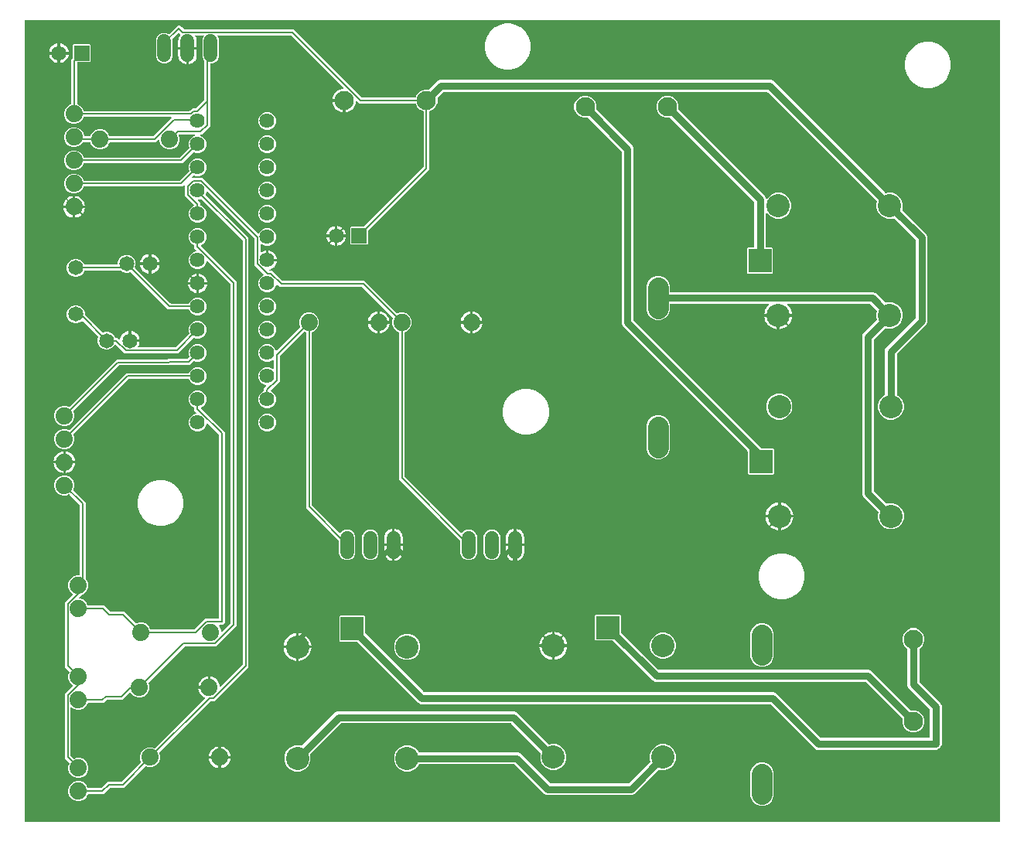
<source format=gbr>
G04 EAGLE Gerber RS-274X export*
G75*
%MOMM*%
%FSLAX34Y34*%
%LPD*%
%INTop Copper*%
%IPPOS*%
%AMOC8*
5,1,8,0,0,1.08239X$1,22.5*%
G01*
%ADD10C,1.879600*%
%ADD11R,1.651000X1.651000*%
%ADD12C,1.651000*%
%ADD13C,2.247900*%
%ADD14C,1.524000*%
%ADD15R,2.540000X2.540000*%
%ADD16C,2.540000*%
%ADD17C,2.100000*%
%ADD18C,1.625600*%
%ADD19C,0.152400*%
%ADD20C,0.800000*%
%ADD21C,0.500000*%

G36*
X1058336Y10926D02*
X1058336Y10926D01*
X1058355Y10924D01*
X1058457Y10946D01*
X1058559Y10962D01*
X1058576Y10972D01*
X1058596Y10976D01*
X1058685Y11029D01*
X1058776Y11078D01*
X1058790Y11092D01*
X1058807Y11102D01*
X1058874Y11181D01*
X1058946Y11256D01*
X1058954Y11274D01*
X1058967Y11289D01*
X1059006Y11385D01*
X1059049Y11479D01*
X1059051Y11499D01*
X1059059Y11517D01*
X1059077Y11684D01*
X1059077Y888316D01*
X1059074Y888336D01*
X1059076Y888355D01*
X1059054Y888457D01*
X1059038Y888559D01*
X1059028Y888576D01*
X1059024Y888596D01*
X1058971Y888685D01*
X1058922Y888776D01*
X1058908Y888790D01*
X1058898Y888807D01*
X1058819Y888874D01*
X1058744Y888946D01*
X1058726Y888954D01*
X1058711Y888967D01*
X1058615Y889006D01*
X1058521Y889049D01*
X1058501Y889051D01*
X1058483Y889059D01*
X1058316Y889077D01*
X-8316Y889077D01*
X-8336Y889074D01*
X-8355Y889076D01*
X-8457Y889054D01*
X-8559Y889038D01*
X-8576Y889028D01*
X-8596Y889024D01*
X-8685Y888971D01*
X-8776Y888922D01*
X-8790Y888908D01*
X-8807Y888898D01*
X-8874Y888819D01*
X-8946Y888744D01*
X-8954Y888726D01*
X-8967Y888711D01*
X-9006Y888615D01*
X-9049Y888521D01*
X-9051Y888501D01*
X-9059Y888483D01*
X-9077Y888316D01*
X-9077Y11684D01*
X-9074Y11664D01*
X-9076Y11645D01*
X-9054Y11543D01*
X-9038Y11441D01*
X-9028Y11424D01*
X-9024Y11404D01*
X-8971Y11315D01*
X-8922Y11224D01*
X-8908Y11210D01*
X-8898Y11193D01*
X-8819Y11126D01*
X-8744Y11054D01*
X-8726Y11046D01*
X-8711Y11033D01*
X-8615Y10994D01*
X-8521Y10951D01*
X-8501Y10949D01*
X-8483Y10941D01*
X-8316Y10923D01*
X1058316Y10923D01*
X1058336Y10926D01*
G37*
%LPC*%
G36*
X936571Y451525D02*
X936571Y451525D01*
X931342Y453691D01*
X927341Y457692D01*
X925175Y462921D01*
X925175Y468579D01*
X927341Y473808D01*
X931342Y477809D01*
X932389Y478243D01*
X932489Y478304D01*
X932589Y478364D01*
X932593Y478369D01*
X932598Y478372D01*
X932673Y478463D01*
X932749Y478551D01*
X932751Y478557D01*
X932755Y478562D01*
X932797Y478670D01*
X932841Y478779D01*
X932842Y478787D01*
X932843Y478792D01*
X932844Y478810D01*
X932859Y478946D01*
X932859Y527158D01*
X933855Y529562D01*
X966322Y562029D01*
X966375Y562103D01*
X966435Y562172D01*
X966447Y562202D01*
X966466Y562229D01*
X966493Y562316D01*
X966527Y562400D01*
X966531Y562441D01*
X966538Y562464D01*
X966537Y562496D01*
X966545Y562567D01*
X966545Y647739D01*
X966531Y647830D01*
X966523Y647920D01*
X966511Y647950D01*
X966506Y647982D01*
X966463Y648063D01*
X966427Y648147D01*
X966401Y648179D01*
X966390Y648200D01*
X966367Y648222D01*
X966322Y648278D01*
X942806Y671794D01*
X942712Y671861D01*
X942617Y671932D01*
X942611Y671934D01*
X942606Y671937D01*
X942496Y671972D01*
X942384Y672008D01*
X942377Y672008D01*
X942371Y672010D01*
X942254Y672007D01*
X942138Y672006D01*
X942130Y672004D01*
X942125Y672003D01*
X942108Y671997D01*
X941976Y671959D01*
X940929Y671525D01*
X935271Y671525D01*
X930042Y673691D01*
X926041Y677692D01*
X923875Y682921D01*
X923875Y688579D01*
X924309Y689626D01*
X924336Y689740D01*
X924364Y689854D01*
X924364Y689860D01*
X924365Y689866D01*
X924354Y689983D01*
X924345Y690099D01*
X924343Y690105D01*
X924342Y690111D01*
X924294Y690218D01*
X924249Y690325D01*
X924244Y690331D01*
X924242Y690336D01*
X924229Y690349D01*
X924144Y690456D01*
X804378Y810222D01*
X804304Y810275D01*
X804234Y810335D01*
X804204Y810347D01*
X804178Y810366D01*
X804091Y810393D01*
X804006Y810427D01*
X803965Y810431D01*
X803943Y810438D01*
X803911Y810437D01*
X803839Y810445D01*
X450111Y810445D01*
X450020Y810431D01*
X449930Y810423D01*
X449900Y810411D01*
X449868Y810406D01*
X449787Y810363D01*
X449703Y810327D01*
X449671Y810301D01*
X449650Y810290D01*
X449628Y810267D01*
X449572Y810222D01*
X443348Y803998D01*
X443295Y803924D01*
X443235Y803854D01*
X443223Y803824D01*
X443204Y803798D01*
X443177Y803711D01*
X443143Y803626D01*
X443139Y803585D01*
X443132Y803563D01*
X443133Y803531D01*
X443125Y803459D01*
X443125Y798608D01*
X441294Y794189D01*
X437911Y790806D01*
X434873Y789547D01*
X434773Y789486D01*
X434673Y789426D01*
X434669Y789421D01*
X434664Y789418D01*
X434589Y789328D01*
X434513Y789239D01*
X434511Y789233D01*
X434507Y789228D01*
X434465Y789120D01*
X434421Y789011D01*
X434420Y789003D01*
X434419Y788999D01*
X434418Y788980D01*
X434403Y788844D01*
X434403Y725332D01*
X367203Y658132D01*
X367150Y658058D01*
X367090Y657989D01*
X367078Y657958D01*
X367059Y657932D01*
X367032Y657845D01*
X366998Y657760D01*
X366994Y657719D01*
X366987Y657697D01*
X366988Y657665D01*
X366980Y657594D01*
X366980Y643913D01*
X366087Y643020D01*
X348313Y643020D01*
X347420Y643913D01*
X347420Y661687D01*
X348313Y662580D01*
X361994Y662580D01*
X362084Y662594D01*
X362175Y662602D01*
X362204Y662614D01*
X362236Y662619D01*
X362317Y662662D01*
X362401Y662698D01*
X362433Y662724D01*
X362454Y662735D01*
X362476Y662758D01*
X362532Y662803D01*
X427574Y727845D01*
X427627Y727919D01*
X427687Y727988D01*
X427699Y728019D01*
X427718Y728045D01*
X427745Y728132D01*
X427779Y728217D01*
X427783Y728258D01*
X427790Y728280D01*
X427789Y728312D01*
X427797Y728383D01*
X427797Y788844D01*
X427778Y788959D01*
X427761Y789075D01*
X427759Y789080D01*
X427758Y789087D01*
X427703Y789189D01*
X427650Y789294D01*
X427645Y789299D01*
X427642Y789304D01*
X427558Y789384D01*
X427474Y789466D01*
X427468Y789470D01*
X427464Y789473D01*
X427447Y789481D01*
X427327Y789547D01*
X424289Y790806D01*
X420906Y794189D01*
X419647Y797227D01*
X419586Y797327D01*
X419526Y797427D01*
X419521Y797431D01*
X419518Y797436D01*
X419428Y797511D01*
X419339Y797587D01*
X419333Y797589D01*
X419328Y797593D01*
X419220Y797635D01*
X419111Y797679D01*
X419103Y797680D01*
X419099Y797681D01*
X419080Y797682D01*
X418944Y797697D01*
X357814Y797697D01*
X355388Y800123D01*
X355378Y800130D01*
X355371Y800140D01*
X355299Y800188D01*
X355252Y800229D01*
X355228Y800238D01*
X355188Y800267D01*
X355177Y800270D01*
X355167Y800277D01*
X355060Y800306D01*
X355056Y800308D01*
X355024Y800321D01*
X355008Y800322D01*
X354953Y800339D01*
X354941Y800339D01*
X354930Y800342D01*
X354864Y800338D01*
X354857Y800339D01*
X354849Y800339D01*
X354834Y800337D01*
X354819Y800336D01*
X354707Y800333D01*
X354696Y800329D01*
X354684Y800328D01*
X354617Y800301D01*
X354606Y800299D01*
X354585Y800288D01*
X354582Y800287D01*
X354476Y800248D01*
X354467Y800241D01*
X354456Y800236D01*
X354405Y800193D01*
X354389Y800184D01*
X354364Y800159D01*
X354284Y800095D01*
X354278Y800085D01*
X354269Y800077D01*
X354238Y800026D01*
X354219Y800006D01*
X354198Y799960D01*
X354151Y799888D01*
X354148Y799876D01*
X354142Y799866D01*
X354125Y799804D01*
X354116Y799783D01*
X354113Y799758D01*
X354098Y799704D01*
X353820Y797946D01*
X353185Y795994D01*
X352253Y794165D01*
X351047Y792504D01*
X349596Y791053D01*
X347935Y789847D01*
X346106Y788915D01*
X344154Y788280D01*
X342623Y788038D01*
X342623Y800238D01*
X342620Y800258D01*
X342622Y800277D01*
X342600Y800379D01*
X342583Y800481D01*
X342574Y800498D01*
X342570Y800518D01*
X342517Y800607D01*
X342468Y800698D01*
X342454Y800712D01*
X342444Y800729D01*
X342365Y800796D01*
X342290Y800867D01*
X342272Y800876D01*
X342257Y800889D01*
X342161Y800927D01*
X342067Y800971D01*
X342047Y800973D01*
X342029Y800981D01*
X341862Y800999D01*
X341099Y800999D01*
X341099Y801762D01*
X341096Y801782D01*
X341098Y801801D01*
X341076Y801903D01*
X341059Y802005D01*
X341050Y802022D01*
X341046Y802042D01*
X340993Y802131D01*
X340944Y802222D01*
X340930Y802236D01*
X340920Y802253D01*
X340841Y802320D01*
X340766Y802391D01*
X340748Y802400D01*
X340733Y802413D01*
X340637Y802452D01*
X340543Y802495D01*
X340523Y802497D01*
X340505Y802505D01*
X340338Y802523D01*
X328138Y802523D01*
X328380Y804054D01*
X329015Y806006D01*
X329947Y807835D01*
X331153Y809496D01*
X332604Y810947D01*
X334265Y812153D01*
X336094Y813085D01*
X338046Y813720D01*
X339804Y813998D01*
X339815Y814002D01*
X339827Y814002D01*
X339932Y814040D01*
X340038Y814075D01*
X340047Y814082D01*
X340058Y814087D01*
X340146Y814156D01*
X340234Y814223D01*
X340241Y814233D01*
X340250Y814240D01*
X340311Y814334D01*
X340374Y814426D01*
X340377Y814437D01*
X340383Y814447D01*
X340411Y814555D01*
X340441Y814662D01*
X340441Y814674D01*
X340444Y814686D01*
X340435Y814797D01*
X340430Y814908D01*
X340425Y814919D01*
X340424Y814931D01*
X340381Y815033D01*
X340340Y815137D01*
X340333Y815146D01*
X340328Y815157D01*
X340223Y815288D01*
X283311Y872200D01*
X283237Y872253D01*
X283168Y872313D01*
X283138Y872325D01*
X283111Y872344D01*
X283024Y872371D01*
X282940Y872405D01*
X282899Y872409D01*
X282876Y872416D01*
X282844Y872415D01*
X282773Y872423D01*
X203067Y872423D01*
X202996Y872412D01*
X202925Y872410D01*
X202876Y872392D01*
X202824Y872384D01*
X202761Y872350D01*
X202694Y872325D01*
X202653Y872293D01*
X202607Y872268D01*
X202558Y872217D01*
X202502Y872172D01*
X202473Y872128D01*
X202438Y872090D01*
X202407Y872025D01*
X202369Y871965D01*
X202356Y871914D01*
X202334Y871867D01*
X202326Y871796D01*
X202309Y871726D01*
X202313Y871674D01*
X202307Y871623D01*
X202322Y871552D01*
X202328Y871481D01*
X202348Y871433D01*
X202359Y871382D01*
X202396Y871321D01*
X202424Y871255D01*
X202469Y871199D01*
X202485Y871171D01*
X202503Y871156D01*
X202529Y871124D01*
X202653Y871000D01*
X204045Y867639D01*
X204045Y848761D01*
X202653Y845400D01*
X200080Y842827D01*
X196719Y841435D01*
X194878Y841435D01*
X194858Y841432D01*
X194839Y841434D01*
X194737Y841412D01*
X194635Y841396D01*
X194618Y841386D01*
X194598Y841382D01*
X194509Y841329D01*
X194418Y841280D01*
X194404Y841266D01*
X194387Y841256D01*
X194320Y841177D01*
X194248Y841102D01*
X194240Y841084D01*
X194227Y841069D01*
X194188Y840973D01*
X194145Y840879D01*
X194143Y840859D01*
X194135Y840841D01*
X194117Y840674D01*
X194117Y772818D01*
X184932Y763633D01*
X184021Y763633D01*
X183925Y763618D01*
X183828Y763608D01*
X183804Y763598D01*
X183779Y763594D01*
X183693Y763548D01*
X183604Y763508D01*
X183584Y763491D01*
X183561Y763478D01*
X183494Y763408D01*
X183422Y763342D01*
X183410Y763319D01*
X183392Y763300D01*
X183351Y763212D01*
X183304Y763126D01*
X183299Y763101D01*
X183288Y763077D01*
X183277Y762980D01*
X183260Y762884D01*
X183264Y762858D01*
X183261Y762833D01*
X183282Y762737D01*
X183296Y762641D01*
X183308Y762618D01*
X183313Y762592D01*
X183363Y762509D01*
X183407Y762422D01*
X183426Y762403D01*
X183439Y762381D01*
X183513Y762318D01*
X183583Y762250D01*
X183612Y762234D01*
X183626Y762221D01*
X183657Y762209D01*
X183730Y762169D01*
X185868Y761283D01*
X188583Y758568D01*
X190053Y755020D01*
X190053Y751180D01*
X188583Y747632D01*
X185868Y744917D01*
X182320Y743447D01*
X178480Y743447D01*
X176785Y744149D01*
X176671Y744176D01*
X176558Y744205D01*
X176551Y744204D01*
X176545Y744206D01*
X176429Y744195D01*
X176312Y744186D01*
X176307Y744183D01*
X176300Y744183D01*
X176193Y744135D01*
X176086Y744089D01*
X176080Y744085D01*
X176076Y744083D01*
X176062Y744070D01*
X175955Y743984D01*
X166126Y734155D01*
X163968Y731997D01*
X56163Y731997D01*
X56049Y731978D01*
X55932Y731961D01*
X55927Y731959D01*
X55921Y731958D01*
X55818Y731903D01*
X55713Y731850D01*
X55709Y731845D01*
X55703Y731842D01*
X55623Y731758D01*
X55541Y731674D01*
X55537Y731668D01*
X55534Y731664D01*
X55526Y731647D01*
X55460Y731527D01*
X54460Y729113D01*
X51387Y726040D01*
X47373Y724377D01*
X43027Y724377D01*
X39013Y726040D01*
X35940Y729113D01*
X34277Y733127D01*
X34277Y737473D01*
X35940Y741487D01*
X39013Y744560D01*
X43027Y746223D01*
X47373Y746223D01*
X51387Y744560D01*
X54460Y741487D01*
X55460Y739073D01*
X55522Y738973D01*
X55582Y738873D01*
X55586Y738869D01*
X55590Y738864D01*
X55679Y738789D01*
X55768Y738713D01*
X55774Y738711D01*
X55779Y738707D01*
X55887Y738665D01*
X55997Y738621D01*
X56004Y738620D01*
X56009Y738619D01*
X56027Y738618D01*
X56163Y738603D01*
X160917Y738603D01*
X161007Y738617D01*
X161098Y738625D01*
X161127Y738637D01*
X161159Y738642D01*
X161240Y738685D01*
X161324Y738721D01*
X161356Y738747D01*
X161377Y738758D01*
X161399Y738781D01*
X161455Y738826D01*
X171284Y748655D01*
X171353Y748750D01*
X171422Y748844D01*
X171424Y748850D01*
X171428Y748855D01*
X171462Y748966D01*
X171499Y749078D01*
X171498Y749084D01*
X171500Y749090D01*
X171497Y749207D01*
X171496Y749324D01*
X171494Y749331D01*
X171494Y749336D01*
X171488Y749353D01*
X171449Y749485D01*
X170747Y751180D01*
X170747Y755020D01*
X172217Y758568D01*
X174932Y761283D01*
X177070Y762169D01*
X177153Y762220D01*
X177239Y762266D01*
X177257Y762284D01*
X177279Y762298D01*
X177341Y762374D01*
X177408Y762444D01*
X177419Y762468D01*
X177436Y762488D01*
X177471Y762579D01*
X177512Y762667D01*
X177515Y762693D01*
X177524Y762717D01*
X177528Y762815D01*
X177539Y762911D01*
X177533Y762937D01*
X177535Y762963D01*
X177507Y763057D01*
X177487Y763152D01*
X177473Y763174D01*
X177466Y763199D01*
X177410Y763279D01*
X177361Y763363D01*
X177341Y763380D01*
X177326Y763401D01*
X177248Y763460D01*
X177174Y763523D01*
X177149Y763533D01*
X177128Y763548D01*
X177036Y763578D01*
X176945Y763615D01*
X176913Y763618D01*
X176894Y763624D01*
X176861Y763624D01*
X176779Y763633D01*
X160653Y763633D01*
X160608Y763626D01*
X160562Y763628D01*
X160487Y763606D01*
X160410Y763594D01*
X160370Y763572D01*
X160325Y763559D01*
X160261Y763515D01*
X160193Y763478D01*
X160161Y763445D01*
X160123Y763419D01*
X160077Y763356D01*
X160023Y763300D01*
X160004Y763258D01*
X159977Y763222D01*
X159953Y763148D01*
X159920Y763077D01*
X159915Y763031D01*
X159900Y762988D01*
X159901Y762910D01*
X159893Y762833D01*
X159902Y762788D01*
X159903Y762742D01*
X159941Y762610D01*
X159945Y762592D01*
X159947Y762588D01*
X159950Y762581D01*
X160823Y760473D01*
X160823Y756127D01*
X159160Y752113D01*
X156087Y749040D01*
X152073Y747377D01*
X147727Y747377D01*
X143713Y749040D01*
X140640Y752113D01*
X138977Y756127D01*
X138977Y757392D01*
X138966Y757463D01*
X138964Y757535D01*
X138946Y757584D01*
X138938Y757635D01*
X138904Y757698D01*
X138879Y757766D01*
X138847Y757806D01*
X138822Y757853D01*
X138770Y757902D01*
X138726Y757958D01*
X138682Y757986D01*
X138644Y758022D01*
X138579Y758052D01*
X138519Y758091D01*
X138468Y758104D01*
X138421Y758126D01*
X138350Y758133D01*
X138280Y758151D01*
X138228Y758147D01*
X138177Y758153D01*
X138106Y758137D01*
X138035Y758132D01*
X137987Y758111D01*
X137936Y758100D01*
X137875Y758064D01*
X137809Y758035D01*
X137753Y757991D01*
X137725Y757974D01*
X137710Y757956D01*
X137678Y757931D01*
X134744Y754997D01*
X84663Y754997D01*
X84549Y754978D01*
X84432Y754961D01*
X84427Y754959D01*
X84421Y754958D01*
X84318Y754903D01*
X84213Y754850D01*
X84209Y754845D01*
X84203Y754842D01*
X84123Y754758D01*
X84041Y754674D01*
X84037Y754668D01*
X84034Y754664D01*
X84026Y754647D01*
X83960Y754527D01*
X82960Y752113D01*
X79887Y749040D01*
X75873Y747377D01*
X71527Y747377D01*
X67513Y749040D01*
X64440Y752113D01*
X63440Y754527D01*
X63378Y754627D01*
X63318Y754727D01*
X63314Y754731D01*
X63310Y754736D01*
X63221Y754811D01*
X63132Y754887D01*
X63126Y754889D01*
X63121Y754893D01*
X63013Y754935D01*
X62903Y754979D01*
X62896Y754980D01*
X62891Y754981D01*
X62873Y754982D01*
X62737Y754997D01*
X55169Y754997D01*
X55054Y754978D01*
X54938Y754961D01*
X54933Y754959D01*
X54926Y754958D01*
X54823Y754903D01*
X54719Y754850D01*
X54715Y754845D01*
X54709Y754842D01*
X54629Y754758D01*
X54547Y754674D01*
X54543Y754668D01*
X54540Y754664D01*
X54532Y754647D01*
X54466Y754527D01*
X54460Y754513D01*
X51387Y751440D01*
X47373Y749777D01*
X43027Y749777D01*
X39013Y751440D01*
X35940Y754513D01*
X34277Y758527D01*
X34277Y762873D01*
X35940Y766887D01*
X39013Y769960D01*
X43027Y771623D01*
X47373Y771623D01*
X51387Y769960D01*
X54460Y766887D01*
X56123Y762873D01*
X56123Y762364D01*
X56126Y762344D01*
X56124Y762325D01*
X56146Y762223D01*
X56162Y762121D01*
X56172Y762104D01*
X56176Y762084D01*
X56229Y761995D01*
X56278Y761904D01*
X56292Y761890D01*
X56302Y761873D01*
X56381Y761806D01*
X56456Y761734D01*
X56474Y761726D01*
X56489Y761713D01*
X56585Y761674D01*
X56679Y761631D01*
X56699Y761629D01*
X56717Y761621D01*
X56884Y761603D01*
X62737Y761603D01*
X62851Y761622D01*
X62968Y761639D01*
X62973Y761641D01*
X62979Y761642D01*
X63082Y761697D01*
X63187Y761750D01*
X63191Y761755D01*
X63197Y761758D01*
X63277Y761842D01*
X63359Y761926D01*
X63363Y761932D01*
X63366Y761936D01*
X63374Y761953D01*
X63440Y762073D01*
X64440Y764487D01*
X67513Y767560D01*
X71527Y769223D01*
X75873Y769223D01*
X79887Y767560D01*
X82960Y764487D01*
X83960Y762073D01*
X84022Y761973D01*
X84082Y761873D01*
X84086Y761869D01*
X84090Y761864D01*
X84179Y761789D01*
X84268Y761713D01*
X84274Y761711D01*
X84279Y761707D01*
X84387Y761665D01*
X84497Y761621D01*
X84504Y761620D01*
X84509Y761619D01*
X84527Y761618D01*
X84663Y761603D01*
X131693Y761603D01*
X131783Y761617D01*
X131874Y761625D01*
X131904Y761637D01*
X131936Y761642D01*
X132016Y761685D01*
X132100Y761721D01*
X132132Y761747D01*
X132153Y761758D01*
X132175Y761781D01*
X132231Y761826D01*
X151535Y781129D01*
X151903Y781498D01*
X151945Y781556D01*
X151995Y781608D01*
X152016Y781655D01*
X152047Y781697D01*
X152068Y781766D01*
X152098Y781831D01*
X152104Y781883D01*
X152119Y781933D01*
X152117Y782004D01*
X152125Y782075D01*
X152114Y782126D01*
X152113Y782178D01*
X152088Y782246D01*
X152073Y782316D01*
X152046Y782361D01*
X152028Y782409D01*
X151984Y782465D01*
X151947Y782527D01*
X151907Y782561D01*
X151875Y782601D01*
X151814Y782640D01*
X151760Y782687D01*
X151712Y782706D01*
X151668Y782734D01*
X151598Y782752D01*
X151532Y782779D01*
X151460Y782787D01*
X151429Y782795D01*
X151406Y782793D01*
X151365Y782797D01*
X56163Y782797D01*
X56049Y782778D01*
X55932Y782761D01*
X55927Y782759D01*
X55921Y782758D01*
X55818Y782703D01*
X55713Y782650D01*
X55709Y782645D01*
X55703Y782642D01*
X55623Y782558D01*
X55541Y782474D01*
X55537Y782468D01*
X55534Y782464D01*
X55526Y782447D01*
X55460Y782327D01*
X54460Y779913D01*
X51387Y776840D01*
X47373Y775177D01*
X43027Y775177D01*
X39013Y776840D01*
X35940Y779913D01*
X34277Y783927D01*
X34277Y788273D01*
X35940Y792287D01*
X39013Y795360D01*
X41427Y796360D01*
X41527Y796422D01*
X41627Y796482D01*
X41631Y796486D01*
X41636Y796490D01*
X41710Y796579D01*
X41787Y796668D01*
X41789Y796674D01*
X41793Y796679D01*
X41835Y796787D01*
X41879Y796897D01*
X41880Y796904D01*
X41881Y796909D01*
X41882Y796927D01*
X41897Y797063D01*
X41897Y845668D01*
X43697Y847468D01*
X43750Y847542D01*
X43810Y847611D01*
X43822Y847642D01*
X43841Y847668D01*
X43868Y847755D01*
X43902Y847840D01*
X43906Y847881D01*
X43913Y847903D01*
X43912Y847935D01*
X43920Y848006D01*
X43920Y861687D01*
X44813Y862580D01*
X62587Y862580D01*
X63480Y861687D01*
X63480Y843913D01*
X62587Y843020D01*
X49264Y843020D01*
X49244Y843017D01*
X49225Y843019D01*
X49123Y842997D01*
X49021Y842981D01*
X49004Y842971D01*
X48984Y842967D01*
X48895Y842914D01*
X48804Y842865D01*
X48790Y842851D01*
X48773Y842841D01*
X48706Y842762D01*
X48634Y842687D01*
X48626Y842669D01*
X48613Y842654D01*
X48574Y842558D01*
X48531Y842464D01*
X48529Y842444D01*
X48521Y842426D01*
X48503Y842259D01*
X48503Y797063D01*
X48522Y796949D01*
X48539Y796832D01*
X48541Y796827D01*
X48542Y796821D01*
X48597Y796718D01*
X48650Y796613D01*
X48655Y796609D01*
X48658Y796603D01*
X48742Y796523D01*
X48826Y796441D01*
X48832Y796437D01*
X48836Y796434D01*
X48853Y796426D01*
X48973Y796360D01*
X51387Y795360D01*
X54460Y792287D01*
X55460Y789873D01*
X55522Y789773D01*
X55582Y789673D01*
X55586Y789669D01*
X55590Y789664D01*
X55679Y789589D01*
X55768Y789513D01*
X55774Y789511D01*
X55779Y789507D01*
X55887Y789465D01*
X55997Y789421D01*
X56004Y789420D01*
X56009Y789419D01*
X56027Y789418D01*
X56163Y789403D01*
X171589Y789403D01*
X171679Y789417D01*
X171770Y789425D01*
X171800Y789437D01*
X171832Y789442D01*
X171912Y789485D01*
X171996Y789521D01*
X172028Y789547D01*
X172049Y789558D01*
X172071Y789581D01*
X172127Y789626D01*
X174718Y792217D01*
X178045Y792217D01*
X178135Y792231D01*
X178226Y792239D01*
X178255Y792251D01*
X178287Y792256D01*
X178368Y792299D01*
X178452Y792335D01*
X178484Y792361D01*
X178505Y792372D01*
X178527Y792395D01*
X178583Y792440D01*
X187288Y801145D01*
X187341Y801219D01*
X187401Y801288D01*
X187413Y801319D01*
X187432Y801345D01*
X187459Y801432D01*
X187493Y801517D01*
X187497Y801558D01*
X187504Y801580D01*
X187503Y801612D01*
X187511Y801683D01*
X187511Y844721D01*
X187497Y844811D01*
X187489Y844902D01*
X187477Y844932D01*
X187472Y844964D01*
X187429Y845044D01*
X187393Y845128D01*
X187367Y845160D01*
X187356Y845181D01*
X187333Y845203D01*
X187288Y845259D01*
X187147Y845400D01*
X185755Y848761D01*
X185755Y867639D01*
X187147Y871000D01*
X187271Y871124D01*
X187313Y871182D01*
X187362Y871234D01*
X187384Y871281D01*
X187415Y871323D01*
X187436Y871392D01*
X187466Y871457D01*
X187472Y871509D01*
X187487Y871559D01*
X187485Y871630D01*
X187493Y871701D01*
X187482Y871752D01*
X187481Y871804D01*
X187456Y871872D01*
X187441Y871942D01*
X187414Y871987D01*
X187396Y872035D01*
X187351Y872091D01*
X187315Y872153D01*
X187275Y872187D01*
X187243Y872227D01*
X187182Y872266D01*
X187128Y872313D01*
X187079Y872332D01*
X187036Y872360D01*
X186966Y872378D01*
X186900Y872405D01*
X186828Y872413D01*
X186797Y872421D01*
X186774Y872419D01*
X186733Y872423D01*
X178756Y872423D01*
X178744Y872421D01*
X178732Y872423D01*
X178623Y872401D01*
X178513Y872384D01*
X178503Y872378D01*
X178491Y872376D01*
X178394Y872320D01*
X178296Y872268D01*
X178287Y872260D01*
X178277Y872254D01*
X178203Y872171D01*
X178126Y872090D01*
X178121Y872079D01*
X178113Y872070D01*
X178070Y871968D01*
X178023Y871867D01*
X178021Y871855D01*
X178017Y871844D01*
X178008Y871733D01*
X177996Y871623D01*
X177998Y871611D01*
X177997Y871599D01*
X178024Y871491D01*
X178048Y871382D01*
X178054Y871372D01*
X178057Y871360D01*
X178140Y871215D01*
X178190Y871145D01*
X178916Y869720D01*
X179411Y868199D01*
X179661Y866620D01*
X179661Y859723D01*
X170262Y859723D01*
X170242Y859720D01*
X170223Y859722D01*
X170121Y859700D01*
X170019Y859683D01*
X170002Y859674D01*
X169982Y859670D01*
X169893Y859617D01*
X169802Y859568D01*
X169788Y859554D01*
X169771Y859544D01*
X169704Y859465D01*
X169633Y859390D01*
X169624Y859372D01*
X169611Y859357D01*
X169573Y859261D01*
X169529Y859167D01*
X169527Y859147D01*
X169519Y859129D01*
X169501Y858962D01*
X169501Y858199D01*
X169499Y858199D01*
X169499Y858962D01*
X169496Y858979D01*
X169498Y858995D01*
X169498Y858997D01*
X169498Y859001D01*
X169476Y859103D01*
X169459Y859205D01*
X169450Y859222D01*
X169446Y859242D01*
X169393Y859331D01*
X169344Y859422D01*
X169330Y859436D01*
X169320Y859453D01*
X169241Y859520D01*
X169166Y859591D01*
X169148Y859600D01*
X169133Y859613D01*
X169037Y859652D01*
X168943Y859695D01*
X168923Y859697D01*
X168905Y859705D01*
X168738Y859723D01*
X159339Y859723D01*
X159339Y866620D01*
X159589Y868199D01*
X160084Y869720D01*
X160810Y871145D01*
X161750Y872439D01*
X161782Y872471D01*
X161793Y872487D01*
X161809Y872500D01*
X161865Y872587D01*
X161925Y872671D01*
X161931Y872690D01*
X161942Y872707D01*
X161967Y872807D01*
X161998Y872906D01*
X161997Y872926D01*
X162002Y872945D01*
X161994Y873048D01*
X161991Y873152D01*
X161984Y873171D01*
X161983Y873190D01*
X161942Y873285D01*
X161907Y873383D01*
X161894Y873398D01*
X161886Y873417D01*
X161782Y873548D01*
X160748Y874581D01*
X160538Y874791D01*
X160522Y874803D01*
X160510Y874818D01*
X160422Y874874D01*
X160339Y874934D01*
X160320Y874940D01*
X160303Y874951D01*
X160202Y874976D01*
X160103Y875007D01*
X160084Y875006D01*
X160064Y875011D01*
X159961Y875003D01*
X159858Y875000D01*
X159839Y874994D01*
X159819Y874992D01*
X159724Y874952D01*
X159627Y874916D01*
X159611Y874904D01*
X159593Y874896D01*
X159462Y874791D01*
X153331Y868660D01*
X153262Y868565D01*
X153193Y868471D01*
X153191Y868465D01*
X153187Y868460D01*
X153153Y868348D01*
X153116Y868237D01*
X153116Y868231D01*
X153115Y868225D01*
X153118Y868108D01*
X153119Y867991D01*
X153121Y867984D01*
X153121Y867979D01*
X153127Y867962D01*
X153166Y867830D01*
X153245Y867639D01*
X153245Y848761D01*
X151853Y845400D01*
X149280Y842827D01*
X145919Y841435D01*
X142281Y841435D01*
X138920Y842827D01*
X136347Y845400D01*
X134955Y848761D01*
X134955Y867639D01*
X136347Y871000D01*
X138920Y873573D01*
X142281Y874965D01*
X145919Y874965D01*
X148543Y873878D01*
X148656Y873851D01*
X148770Y873823D01*
X148776Y873823D01*
X148782Y873822D01*
X148899Y873833D01*
X149015Y873842D01*
X149021Y873844D01*
X149027Y873845D01*
X149135Y873893D01*
X149241Y873938D01*
X149247Y873943D01*
X149252Y873945D01*
X149265Y873958D01*
X149372Y874043D01*
X158632Y883303D01*
X161368Y883303D01*
X163526Y881145D01*
X165419Y879252D01*
X165493Y879199D01*
X165562Y879139D01*
X165593Y879127D01*
X165619Y879108D01*
X165706Y879081D01*
X165791Y879047D01*
X165832Y879043D01*
X165854Y879036D01*
X165886Y879037D01*
X165957Y879029D01*
X285824Y879029D01*
X360327Y804526D01*
X360401Y804473D01*
X360471Y804413D01*
X360501Y804401D01*
X360527Y804382D01*
X360614Y804355D01*
X360699Y804321D01*
X360740Y804317D01*
X360762Y804310D01*
X360794Y804311D01*
X360866Y804303D01*
X418944Y804303D01*
X419059Y804322D01*
X419175Y804339D01*
X419180Y804341D01*
X419187Y804342D01*
X419289Y804397D01*
X419394Y804450D01*
X419399Y804455D01*
X419404Y804458D01*
X419484Y804542D01*
X419566Y804626D01*
X419570Y804632D01*
X419573Y804636D01*
X419581Y804653D01*
X419647Y804773D01*
X420906Y807811D01*
X424289Y811194D01*
X428708Y813025D01*
X433559Y813025D01*
X433650Y813039D01*
X433740Y813047D01*
X433770Y813059D01*
X433802Y813064D01*
X433883Y813107D01*
X433967Y813143D01*
X433999Y813169D01*
X434020Y813180D01*
X434042Y813203D01*
X434098Y813248D01*
X441434Y820584D01*
X443381Y822531D01*
X445785Y823527D01*
X808165Y823527D01*
X810569Y822531D01*
X933394Y699706D01*
X933488Y699639D01*
X933583Y699568D01*
X933589Y699566D01*
X933594Y699563D01*
X933704Y699528D01*
X933816Y699492D01*
X933823Y699492D01*
X933829Y699490D01*
X933946Y699493D01*
X934062Y699494D01*
X934070Y699496D01*
X934075Y699497D01*
X934092Y699503D01*
X934224Y699541D01*
X935271Y699975D01*
X940929Y699975D01*
X946158Y697809D01*
X950159Y693808D01*
X952325Y688579D01*
X952325Y682921D01*
X951891Y681874D01*
X951881Y681829D01*
X951862Y681789D01*
X951854Y681720D01*
X951836Y681646D01*
X951836Y681640D01*
X951835Y681634D01*
X951839Y681586D01*
X951835Y681545D01*
X951849Y681481D01*
X951855Y681401D01*
X951857Y681395D01*
X951858Y681389D01*
X951879Y681342D01*
X951887Y681304D01*
X951919Y681251D01*
X951951Y681175D01*
X951956Y681169D01*
X951958Y681164D01*
X951971Y681151D01*
X952003Y681110D01*
X952013Y681093D01*
X952024Y681084D01*
X952056Y681044D01*
X978631Y654469D01*
X979627Y652065D01*
X979627Y558242D01*
X978631Y555838D01*
X946164Y523370D01*
X946111Y523296D01*
X946051Y523227D01*
X946039Y523197D01*
X946020Y523171D01*
X945993Y523084D01*
X945959Y522999D01*
X945955Y522958D01*
X945948Y522935D01*
X945949Y522903D01*
X945941Y522832D01*
X945941Y478946D01*
X945960Y478831D01*
X945977Y478715D01*
X945979Y478710D01*
X945980Y478703D01*
X946035Y478601D01*
X946088Y478496D01*
X946093Y478492D01*
X946096Y478486D01*
X946180Y478406D01*
X946264Y478324D01*
X946270Y478320D01*
X946274Y478317D01*
X946291Y478309D01*
X946411Y478243D01*
X947458Y477809D01*
X951459Y473808D01*
X953625Y468579D01*
X953625Y462921D01*
X951459Y457692D01*
X947458Y453691D01*
X942229Y451525D01*
X936571Y451525D01*
G37*
%LPD*%
%LPC*%
G36*
X47827Y59077D02*
X47827Y59077D01*
X43813Y60740D01*
X40740Y63813D01*
X39077Y67827D01*
X39077Y72173D01*
X40077Y74587D01*
X40087Y74630D01*
X40103Y74663D01*
X40109Y74722D01*
X40133Y74814D01*
X40132Y74821D01*
X40134Y74827D01*
X40128Y74888D01*
X40130Y74907D01*
X40123Y74939D01*
X40123Y74943D01*
X40114Y75060D01*
X40111Y75065D01*
X40110Y75072D01*
X40078Y75143D01*
X40078Y75148D01*
X40074Y75154D01*
X40063Y75179D01*
X40017Y75286D01*
X40013Y75292D01*
X40010Y75296D01*
X39998Y75310D01*
X39912Y75417D01*
X35013Y80316D01*
X35013Y150808D01*
X43841Y159635D01*
X43853Y159652D01*
X43868Y159664D01*
X43924Y159751D01*
X43984Y159835D01*
X43990Y159854D01*
X44001Y159871D01*
X44026Y159971D01*
X44057Y160070D01*
X44056Y160090D01*
X44061Y160109D01*
X44053Y160212D01*
X44050Y160316D01*
X44044Y160335D01*
X44042Y160355D01*
X44002Y160450D01*
X43966Y160547D01*
X43954Y160563D01*
X43946Y160581D01*
X43841Y160712D01*
X40740Y163813D01*
X39077Y167827D01*
X39077Y172173D01*
X40077Y174587D01*
X40104Y174701D01*
X40133Y174814D01*
X40132Y174821D01*
X40134Y174827D01*
X40123Y174943D01*
X40114Y175060D01*
X40111Y175065D01*
X40110Y175072D01*
X40063Y175179D01*
X40017Y175286D01*
X40013Y175292D01*
X40010Y175296D01*
X39998Y175310D01*
X39912Y175417D01*
X35013Y180316D01*
X35013Y250808D01*
X43841Y259635D01*
X43853Y259652D01*
X43868Y259664D01*
X43924Y259751D01*
X43984Y259835D01*
X43990Y259854D01*
X44001Y259871D01*
X44026Y259971D01*
X44057Y260070D01*
X44056Y260090D01*
X44061Y260109D01*
X44053Y260212D01*
X44050Y260316D01*
X44044Y260335D01*
X44042Y260355D01*
X44002Y260450D01*
X43966Y260547D01*
X43954Y260563D01*
X43946Y260581D01*
X43841Y260712D01*
X40740Y263813D01*
X39077Y267827D01*
X39077Y272173D01*
X40740Y276187D01*
X43813Y279260D01*
X47827Y280923D01*
X50736Y280923D01*
X50756Y280926D01*
X50775Y280924D01*
X50877Y280946D01*
X50979Y280962D01*
X50996Y280972D01*
X51016Y280976D01*
X51105Y281029D01*
X51196Y281078D01*
X51210Y281092D01*
X51227Y281102D01*
X51294Y281181D01*
X51366Y281256D01*
X51374Y281274D01*
X51387Y281289D01*
X51426Y281385D01*
X51469Y281479D01*
X51471Y281499D01*
X51479Y281517D01*
X51497Y281684D01*
X51497Y357917D01*
X51483Y358007D01*
X51475Y358098D01*
X51463Y358127D01*
X51458Y358159D01*
X51415Y358240D01*
X51379Y358324D01*
X51353Y358356D01*
X51342Y358377D01*
X51319Y358399D01*
X51274Y358455D01*
X40217Y369512D01*
X40123Y369580D01*
X40028Y369650D01*
X40022Y369652D01*
X40017Y369656D01*
X39906Y369690D01*
X39794Y369727D01*
X39788Y369726D01*
X39782Y369728D01*
X39665Y369725D01*
X39548Y369724D01*
X39541Y369722D01*
X39536Y369722D01*
X39519Y369716D01*
X39387Y369677D01*
X36973Y368677D01*
X32627Y368677D01*
X28613Y370340D01*
X25540Y373413D01*
X23877Y377427D01*
X23877Y381773D01*
X25540Y385787D01*
X28613Y388860D01*
X32627Y390523D01*
X36973Y390523D01*
X40987Y388860D01*
X44060Y385787D01*
X45723Y381773D01*
X45723Y377427D01*
X44723Y375013D01*
X44696Y374899D01*
X44667Y374786D01*
X44668Y374779D01*
X44666Y374773D01*
X44677Y374657D01*
X44686Y374540D01*
X44689Y374535D01*
X44690Y374528D01*
X44737Y374421D01*
X44783Y374314D01*
X44787Y374308D01*
X44790Y374304D01*
X44802Y374290D01*
X44888Y374183D01*
X58103Y360968D01*
X58103Y277660D01*
X58117Y277570D01*
X58125Y277479D01*
X58137Y277449D01*
X58142Y277417D01*
X58185Y277336D01*
X58221Y277252D01*
X58247Y277220D01*
X58258Y277200D01*
X58281Y277177D01*
X58326Y277121D01*
X59260Y276187D01*
X60923Y272173D01*
X60923Y267827D01*
X59260Y263813D01*
X56187Y260740D01*
X53084Y259455D01*
X53028Y259420D01*
X52968Y259394D01*
X52903Y259342D01*
X52875Y259325D01*
X52862Y259310D01*
X52837Y259290D01*
X50369Y256822D01*
X50327Y256764D01*
X50278Y256712D01*
X50256Y256665D01*
X50226Y256623D01*
X50205Y256554D01*
X50174Y256489D01*
X50169Y256437D01*
X50153Y256387D01*
X50155Y256316D01*
X50147Y256245D01*
X50158Y256194D01*
X50160Y256142D01*
X50184Y256074D01*
X50200Y256004D01*
X50226Y255959D01*
X50244Y255911D01*
X50289Y255855D01*
X50326Y255793D01*
X50365Y255759D01*
X50398Y255719D01*
X50458Y255680D01*
X50513Y255633D01*
X50561Y255614D01*
X50605Y255586D01*
X50674Y255568D01*
X50741Y255541D01*
X50812Y255533D01*
X50843Y255525D01*
X50867Y255527D01*
X50908Y255523D01*
X52173Y255523D01*
X56187Y253860D01*
X59260Y250787D01*
X60260Y248373D01*
X60322Y248273D01*
X60382Y248173D01*
X60386Y248169D01*
X60390Y248164D01*
X60479Y248089D01*
X60568Y248013D01*
X60574Y248011D01*
X60579Y248007D01*
X60687Y247965D01*
X60797Y247921D01*
X60804Y247920D01*
X60809Y247919D01*
X60827Y247918D01*
X60963Y247903D01*
X78368Y247903D01*
X84445Y241826D01*
X84519Y241773D01*
X84588Y241713D01*
X84619Y241701D01*
X84645Y241682D01*
X84732Y241655D01*
X84817Y241621D01*
X84858Y241617D01*
X84880Y241610D01*
X84912Y241611D01*
X84983Y241603D01*
X99868Y241603D01*
X113083Y228388D01*
X113177Y228320D01*
X113272Y228250D01*
X113278Y228248D01*
X113283Y228244D01*
X113394Y228210D01*
X113506Y228173D01*
X113512Y228174D01*
X113518Y228172D01*
X113635Y228175D01*
X113752Y228176D01*
X113759Y228178D01*
X113764Y228178D01*
X113781Y228184D01*
X113913Y228223D01*
X116327Y229223D01*
X120673Y229223D01*
X124687Y227560D01*
X127760Y224487D01*
X128760Y222073D01*
X128822Y221973D01*
X128882Y221873D01*
X128886Y221869D01*
X128890Y221864D01*
X128979Y221789D01*
X129068Y221713D01*
X129074Y221711D01*
X129079Y221707D01*
X129187Y221665D01*
X129297Y221621D01*
X129304Y221620D01*
X129309Y221619D01*
X129327Y221618D01*
X129463Y221603D01*
X176493Y221603D01*
X176583Y221617D01*
X176674Y221625D01*
X176704Y221637D01*
X176736Y221642D01*
X176816Y221685D01*
X176900Y221721D01*
X176932Y221747D01*
X176953Y221758D01*
X176975Y221781D01*
X177031Y221826D01*
X188492Y233287D01*
X202888Y233287D01*
X202908Y233290D01*
X202927Y233288D01*
X203029Y233310D01*
X203131Y233326D01*
X203148Y233336D01*
X203168Y233340D01*
X203257Y233393D01*
X203348Y233442D01*
X203362Y233456D01*
X203379Y233466D01*
X203446Y233545D01*
X203518Y233620D01*
X203526Y233638D01*
X203539Y233653D01*
X203578Y233749D01*
X203621Y233843D01*
X203623Y233863D01*
X203631Y233881D01*
X203649Y234048D01*
X203649Y434792D01*
X203635Y434882D01*
X203627Y434973D01*
X203615Y435003D01*
X203610Y435035D01*
X203567Y435116D01*
X203531Y435200D01*
X203505Y435232D01*
X203494Y435252D01*
X203471Y435275D01*
X203426Y435331D01*
X191352Y447405D01*
X191294Y447446D01*
X191242Y447496D01*
X191195Y447518D01*
X191153Y447548D01*
X191084Y447569D01*
X191019Y447599D01*
X190967Y447605D01*
X190917Y447621D01*
X190846Y447619D01*
X190775Y447627D01*
X190724Y447615D01*
X190672Y447614D01*
X190604Y447590D01*
X190534Y447574D01*
X190489Y447548D01*
X190441Y447530D01*
X190385Y447485D01*
X190323Y447448D01*
X190289Y447409D01*
X190249Y447376D01*
X190210Y447316D01*
X190163Y447261D01*
X190144Y447213D01*
X190116Y447169D01*
X190098Y447100D01*
X190071Y447033D01*
X190063Y446962D01*
X190055Y446931D01*
X190057Y446907D01*
X190053Y446866D01*
X190053Y446380D01*
X188583Y442832D01*
X185868Y440117D01*
X182320Y438647D01*
X178480Y438647D01*
X174932Y440117D01*
X172217Y442832D01*
X170747Y446380D01*
X170747Y450220D01*
X172217Y453768D01*
X174932Y456483D01*
X178480Y457953D01*
X178966Y457953D01*
X179037Y457964D01*
X179109Y457966D01*
X179158Y457984D01*
X179209Y457992D01*
X179272Y458026D01*
X179340Y458051D01*
X179380Y458083D01*
X179426Y458108D01*
X179476Y458160D01*
X179532Y458204D01*
X179560Y458248D01*
X179596Y458286D01*
X179626Y458351D01*
X179665Y458411D01*
X179678Y458462D01*
X179699Y458509D01*
X179707Y458580D01*
X179725Y458650D01*
X179721Y458702D01*
X179727Y458753D01*
X179711Y458824D01*
X179706Y458895D01*
X179685Y458943D01*
X179674Y458994D01*
X179637Y459055D01*
X179609Y459121D01*
X179565Y459177D01*
X179548Y459205D01*
X179530Y459220D01*
X179505Y459252D01*
X177097Y461660D01*
X177097Y464111D01*
X177078Y464226D01*
X177061Y464342D01*
X177059Y464348D01*
X177058Y464354D01*
X177003Y464457D01*
X176950Y464562D01*
X176945Y464566D01*
X176942Y464571D01*
X176858Y464651D01*
X176774Y464734D01*
X176768Y464737D01*
X176764Y464741D01*
X176747Y464749D01*
X176627Y464815D01*
X174932Y465517D01*
X172217Y468232D01*
X170747Y471780D01*
X170747Y475620D01*
X172217Y479168D01*
X174932Y481883D01*
X178480Y483353D01*
X182320Y483353D01*
X185868Y481883D01*
X188583Y479168D01*
X190053Y475620D01*
X190053Y471780D01*
X188583Y468232D01*
X185868Y465517D01*
X184597Y464990D01*
X184558Y464966D01*
X184515Y464950D01*
X184454Y464902D01*
X184388Y464861D01*
X184358Y464825D01*
X184323Y464797D01*
X184280Y464731D01*
X184231Y464671D01*
X184214Y464628D01*
X184190Y464590D01*
X184170Y464514D01*
X184143Y464442D01*
X184141Y464396D01*
X184129Y464351D01*
X184135Y464274D01*
X184132Y464196D01*
X184145Y464152D01*
X184149Y464106D01*
X184179Y464034D01*
X184201Y463960D01*
X184227Y463922D01*
X184245Y463880D01*
X184330Y463773D01*
X184341Y463758D01*
X184345Y463755D01*
X184350Y463749D01*
X210255Y437844D01*
X210255Y228632D01*
X208304Y226681D01*
X204862Y226681D01*
X204850Y226679D01*
X204838Y226681D01*
X204729Y226660D01*
X204619Y226642D01*
X204608Y226636D01*
X204597Y226634D01*
X204500Y226579D01*
X204402Y226526D01*
X204393Y226518D01*
X204383Y226512D01*
X204309Y226429D01*
X204232Y226348D01*
X204227Y226337D01*
X204219Y226328D01*
X204176Y226226D01*
X204129Y226125D01*
X204127Y226113D01*
X204123Y226102D01*
X204114Y225991D01*
X204102Y225881D01*
X204104Y225869D01*
X204103Y225857D01*
X204130Y225749D01*
X204154Y225640D01*
X204160Y225630D01*
X204163Y225618D01*
X204246Y225473D01*
X204911Y224557D01*
X205764Y222883D01*
X206345Y221096D01*
X206522Y219978D01*
X206526Y219967D01*
X206526Y219955D01*
X206564Y219850D01*
X206599Y219745D01*
X206606Y219735D01*
X206610Y219724D01*
X206680Y219637D01*
X206747Y219548D01*
X206757Y219541D01*
X206764Y219532D01*
X206858Y219472D01*
X206949Y219409D01*
X206961Y219405D01*
X206971Y219399D01*
X207079Y219372D01*
X207186Y219341D01*
X207198Y219342D01*
X207209Y219339D01*
X207320Y219347D01*
X207432Y219353D01*
X207443Y219357D01*
X207455Y219358D01*
X207557Y219401D01*
X207661Y219442D01*
X207670Y219450D01*
X207681Y219454D01*
X207812Y219559D01*
X216474Y228221D01*
X216527Y228295D01*
X216587Y228365D01*
X216599Y228395D01*
X216618Y228421D01*
X216645Y228508D01*
X216679Y228593D01*
X216683Y228634D01*
X216690Y228656D01*
X216689Y228688D01*
X216697Y228760D01*
X216697Y599544D01*
X216683Y599634D01*
X216675Y599725D01*
X216663Y599755D01*
X216658Y599787D01*
X216615Y599868D01*
X216579Y599952D01*
X216553Y599984D01*
X216542Y600004D01*
X216519Y600027D01*
X216474Y600083D01*
X191352Y625205D01*
X191294Y625246D01*
X191242Y625296D01*
X191195Y625318D01*
X191153Y625348D01*
X191084Y625369D01*
X191019Y625399D01*
X190967Y625405D01*
X190917Y625421D01*
X190846Y625419D01*
X190775Y625427D01*
X190724Y625415D01*
X190672Y625414D01*
X190604Y625390D01*
X190534Y625374D01*
X190489Y625348D01*
X190441Y625330D01*
X190385Y625285D01*
X190323Y625248D01*
X190289Y625209D01*
X190249Y625176D01*
X190210Y625116D01*
X190163Y625061D01*
X190144Y625013D01*
X190116Y624969D01*
X190098Y624900D01*
X190071Y624833D01*
X190063Y624762D01*
X190055Y624731D01*
X190057Y624707D01*
X190053Y624666D01*
X190053Y624180D01*
X188583Y620632D01*
X185868Y617917D01*
X182320Y616447D01*
X178480Y616447D01*
X174932Y617917D01*
X172217Y620632D01*
X170747Y624180D01*
X170747Y628020D01*
X172217Y631568D01*
X174932Y634283D01*
X178480Y635753D01*
X178966Y635753D01*
X179037Y635764D01*
X179109Y635766D01*
X179158Y635784D01*
X179209Y635792D01*
X179272Y635826D01*
X179340Y635851D01*
X179380Y635883D01*
X179426Y635908D01*
X179476Y635960D01*
X179532Y636004D01*
X179560Y636048D01*
X179596Y636086D01*
X179626Y636151D01*
X179665Y636211D01*
X179678Y636262D01*
X179699Y636309D01*
X179707Y636380D01*
X179725Y636450D01*
X179721Y636502D01*
X179727Y636553D01*
X179711Y636624D01*
X179706Y636695D01*
X179685Y636743D01*
X179674Y636794D01*
X179638Y636855D01*
X179609Y636921D01*
X179565Y636977D01*
X179548Y637005D01*
X179530Y637020D01*
X179505Y637052D01*
X177097Y639460D01*
X177097Y641911D01*
X177078Y642026D01*
X177061Y642142D01*
X177059Y642148D01*
X177058Y642154D01*
X177003Y642257D01*
X176950Y642362D01*
X176945Y642366D01*
X176942Y642371D01*
X176858Y642451D01*
X176774Y642534D01*
X176768Y642537D01*
X176764Y642541D01*
X176747Y642549D01*
X176627Y642615D01*
X174932Y643317D01*
X172217Y646032D01*
X170747Y649580D01*
X170747Y653420D01*
X172217Y656968D01*
X174932Y659683D01*
X178480Y661153D01*
X182320Y661153D01*
X185868Y659683D01*
X188583Y656968D01*
X190053Y653420D01*
X190053Y649580D01*
X188583Y646032D01*
X185868Y643317D01*
X184597Y642790D01*
X184558Y642766D01*
X184515Y642750D01*
X184454Y642702D01*
X184388Y642661D01*
X184358Y642625D01*
X184322Y642597D01*
X184280Y642531D01*
X184231Y642471D01*
X184214Y642428D01*
X184189Y642390D01*
X184170Y642314D01*
X184143Y642242D01*
X184141Y642196D01*
X184129Y642151D01*
X184135Y642074D01*
X184132Y641996D01*
X184145Y641952D01*
X184149Y641906D01*
X184179Y641834D01*
X184201Y641760D01*
X184227Y641722D01*
X184245Y641680D01*
X184330Y641573D01*
X184341Y641558D01*
X184345Y641555D01*
X184350Y641549D01*
X221145Y604753D01*
X223303Y602596D01*
X223303Y225708D01*
X200908Y203313D01*
X166899Y203313D01*
X166809Y203299D01*
X166718Y203291D01*
X166689Y203279D01*
X166657Y203274D01*
X166576Y203231D01*
X166492Y203195D01*
X166460Y203169D01*
X166439Y203158D01*
X166417Y203135D01*
X166361Y203090D01*
X126988Y163717D01*
X126921Y163624D01*
X126899Y163601D01*
X126891Y163583D01*
X126850Y163528D01*
X126848Y163522D01*
X126844Y163517D01*
X126813Y163416D01*
X126795Y163378D01*
X126792Y163352D01*
X126773Y163294D01*
X126774Y163288D01*
X126772Y163282D01*
X126774Y163188D01*
X126768Y163133D01*
X126775Y163100D01*
X126776Y163048D01*
X126778Y163041D01*
X126778Y163036D01*
X126784Y163019D01*
X126819Y162901D01*
X126820Y162893D01*
X126821Y162891D01*
X126823Y162887D01*
X127823Y160473D01*
X127823Y156127D01*
X126160Y152113D01*
X123087Y149040D01*
X119073Y147377D01*
X114727Y147377D01*
X110713Y149040D01*
X107640Y152113D01*
X107415Y152656D01*
X107391Y152695D01*
X107375Y152738D01*
X107327Y152799D01*
X107286Y152865D01*
X107250Y152894D01*
X107222Y152930D01*
X107156Y152972D01*
X107096Y153022D01*
X107053Y153038D01*
X107015Y153063D01*
X106939Y153082D01*
X106866Y153110D01*
X106821Y153112D01*
X106776Y153123D01*
X106699Y153117D01*
X106621Y153120D01*
X106577Y153108D01*
X106531Y153104D01*
X106459Y153074D01*
X106385Y153052D01*
X106347Y153026D01*
X106305Y153008D01*
X106198Y152922D01*
X106182Y152912D01*
X106179Y152908D01*
X106174Y152903D01*
X100426Y147155D01*
X98268Y144997D01*
X81683Y144997D01*
X81593Y144983D01*
X81502Y144975D01*
X81473Y144963D01*
X81441Y144958D01*
X81360Y144915D01*
X81276Y144879D01*
X81244Y144853D01*
X81223Y144842D01*
X81201Y144819D01*
X81145Y144774D01*
X77668Y141297D01*
X60963Y141297D01*
X60849Y141278D01*
X60732Y141261D01*
X60727Y141259D01*
X60721Y141258D01*
X60618Y141203D01*
X60513Y141150D01*
X60509Y141145D01*
X60503Y141142D01*
X60423Y141058D01*
X60341Y140974D01*
X60337Y140968D01*
X60334Y140964D01*
X60326Y140947D01*
X60260Y140827D01*
X59260Y138413D01*
X56187Y135340D01*
X52173Y133677D01*
X47827Y133677D01*
X43813Y135340D01*
X42918Y136235D01*
X42860Y136277D01*
X42808Y136326D01*
X42761Y136348D01*
X42719Y136378D01*
X42650Y136399D01*
X42585Y136430D01*
X42533Y136435D01*
X42483Y136451D01*
X42412Y136449D01*
X42341Y136457D01*
X42290Y136446D01*
X42238Y136444D01*
X42170Y136420D01*
X42100Y136404D01*
X42055Y136378D01*
X42007Y136360D01*
X41951Y136315D01*
X41889Y136278D01*
X41855Y136239D01*
X41815Y136206D01*
X41776Y136146D01*
X41729Y136091D01*
X41710Y136043D01*
X41682Y135999D01*
X41664Y135930D01*
X41637Y135863D01*
X41629Y135792D01*
X41621Y135761D01*
X41623Y135737D01*
X41619Y135696D01*
X41619Y83367D01*
X41633Y83277D01*
X41641Y83186D01*
X41653Y83157D01*
X41658Y83125D01*
X41701Y83044D01*
X41737Y82960D01*
X41763Y82928D01*
X41774Y82907D01*
X41797Y82885D01*
X41842Y82829D01*
X44583Y80088D01*
X44677Y80020D01*
X44772Y79950D01*
X44778Y79948D01*
X44783Y79944D01*
X44894Y79910D01*
X45006Y79873D01*
X45012Y79874D01*
X45018Y79872D01*
X45135Y79875D01*
X45252Y79876D01*
X45259Y79878D01*
X45264Y79878D01*
X45281Y79884D01*
X45413Y79923D01*
X47827Y80923D01*
X52173Y80923D01*
X56187Y79260D01*
X59260Y76187D01*
X60923Y72173D01*
X60923Y67827D01*
X59260Y63813D01*
X56187Y60740D01*
X52173Y59077D01*
X47827Y59077D01*
G37*
%LPD*%
%LPC*%
G36*
X47827Y33677D02*
X47827Y33677D01*
X43813Y35340D01*
X40740Y38413D01*
X39077Y42427D01*
X39077Y46773D01*
X40740Y50787D01*
X43813Y53860D01*
X47827Y55523D01*
X52173Y55523D01*
X56187Y53860D01*
X59260Y50787D01*
X60260Y48373D01*
X60322Y48273D01*
X60382Y48173D01*
X60386Y48169D01*
X60390Y48164D01*
X60479Y48089D01*
X60568Y48013D01*
X60574Y48011D01*
X60579Y48007D01*
X60687Y47965D01*
X60797Y47921D01*
X60804Y47920D01*
X60809Y47919D01*
X60827Y47918D01*
X60963Y47903D01*
X74617Y47903D01*
X74707Y47917D01*
X74798Y47925D01*
X74827Y47937D01*
X74859Y47942D01*
X74940Y47985D01*
X75024Y48021D01*
X75056Y48047D01*
X75077Y48058D01*
X75099Y48081D01*
X75155Y48126D01*
X82032Y55003D01*
X96817Y55003D01*
X96907Y55017D01*
X96998Y55025D01*
X97027Y55037D01*
X97059Y55042D01*
X97140Y55085D01*
X97224Y55121D01*
X97256Y55147D01*
X97277Y55158D01*
X97299Y55181D01*
X97355Y55226D01*
X118412Y76283D01*
X118480Y76377D01*
X118550Y76472D01*
X118552Y76478D01*
X118556Y76483D01*
X118590Y76594D01*
X118627Y76706D01*
X118626Y76712D01*
X118628Y76718D01*
X118625Y76835D01*
X118624Y76952D01*
X118622Y76959D01*
X118622Y76964D01*
X118616Y76981D01*
X118577Y77113D01*
X117577Y79527D01*
X117577Y83873D01*
X119240Y87887D01*
X122313Y90960D01*
X126327Y92623D01*
X130673Y92623D01*
X133087Y91623D01*
X133201Y91596D01*
X133314Y91567D01*
X133321Y91568D01*
X133327Y91566D01*
X133443Y91577D01*
X133560Y91586D01*
X133565Y91589D01*
X133572Y91590D01*
X133679Y91637D01*
X133786Y91683D01*
X133792Y91687D01*
X133796Y91690D01*
X133810Y91702D01*
X133917Y91788D01*
X188338Y146209D01*
X188347Y146222D01*
X188360Y146232D01*
X188419Y146322D01*
X188482Y146409D01*
X188486Y146424D01*
X188495Y146437D01*
X188522Y146541D01*
X188554Y146644D01*
X188554Y146660D01*
X188558Y146675D01*
X188550Y146782D01*
X188548Y146889D01*
X188542Y146904D01*
X188541Y146920D01*
X188500Y147019D01*
X188463Y147121D01*
X188453Y147133D01*
X188447Y147148D01*
X188377Y147229D01*
X188309Y147313D01*
X188296Y147321D01*
X188286Y147333D01*
X188145Y147425D01*
X186843Y148089D01*
X185322Y149194D01*
X183994Y150522D01*
X182889Y152043D01*
X182036Y153717D01*
X181455Y155504D01*
X181254Y156777D01*
X192338Y156777D01*
X192358Y156780D01*
X192377Y156778D01*
X192479Y156800D01*
X192581Y156817D01*
X192598Y156826D01*
X192618Y156830D01*
X192707Y156883D01*
X192798Y156932D01*
X192812Y156946D01*
X192829Y156956D01*
X192896Y157035D01*
X192967Y157110D01*
X192976Y157128D01*
X192989Y157143D01*
X193027Y157239D01*
X193071Y157333D01*
X193073Y157353D01*
X193081Y157371D01*
X193099Y157538D01*
X193099Y158301D01*
X193862Y158301D01*
X193882Y158304D01*
X193901Y158302D01*
X194003Y158324D01*
X194105Y158341D01*
X194122Y158350D01*
X194142Y158354D01*
X194231Y158407D01*
X194322Y158456D01*
X194336Y158470D01*
X194353Y158480D01*
X194420Y158559D01*
X194491Y158634D01*
X194500Y158652D01*
X194513Y158667D01*
X194552Y158763D01*
X194595Y158857D01*
X194597Y158877D01*
X194605Y158895D01*
X194623Y159062D01*
X194623Y170146D01*
X195896Y169945D01*
X197683Y169364D01*
X199357Y168511D01*
X200878Y167406D01*
X202206Y166078D01*
X203311Y164557D01*
X204164Y162883D01*
X204745Y161096D01*
X204922Y159978D01*
X204925Y159967D01*
X204926Y159955D01*
X204955Y159875D01*
X204961Y159848D01*
X204970Y159833D01*
X204999Y159745D01*
X205006Y159735D01*
X205010Y159724D01*
X205080Y159636D01*
X205147Y159548D01*
X205156Y159541D01*
X205164Y159532D01*
X205258Y159471D01*
X205349Y159409D01*
X205361Y159405D01*
X205371Y159399D01*
X205479Y159372D01*
X205586Y159341D01*
X205598Y159342D01*
X205609Y159339D01*
X205720Y159347D01*
X205832Y159353D01*
X205843Y159357D01*
X205855Y159358D01*
X205957Y159401D01*
X206061Y159442D01*
X206070Y159449D01*
X206081Y159454D01*
X206212Y159559D01*
X229522Y182869D01*
X229575Y182943D01*
X229635Y183013D01*
X229647Y183043D01*
X229666Y183069D01*
X229693Y183156D01*
X229727Y183241D01*
X229731Y183282D01*
X229738Y183304D01*
X229737Y183336D01*
X229745Y183408D01*
X229745Y647296D01*
X229731Y647386D01*
X229723Y647477D01*
X229711Y647507D01*
X229706Y647539D01*
X229663Y647620D01*
X229627Y647704D01*
X229601Y647736D01*
X229590Y647756D01*
X229567Y647779D01*
X229522Y647835D01*
X184369Y692987D01*
X184275Y693055D01*
X184181Y693125D01*
X184175Y693127D01*
X184170Y693131D01*
X184059Y693165D01*
X183947Y693202D01*
X183941Y693202D01*
X183935Y693203D01*
X183818Y693200D01*
X183701Y693199D01*
X183694Y693197D01*
X183689Y693197D01*
X183671Y693191D01*
X183540Y693153D01*
X182320Y692647D01*
X181578Y692647D01*
X181508Y692636D01*
X181436Y692634D01*
X181387Y692616D01*
X181336Y692608D01*
X181272Y692574D01*
X181205Y692549D01*
X181164Y692517D01*
X181118Y692492D01*
X181069Y692440D01*
X181013Y692396D01*
X180985Y692352D01*
X180949Y692314D01*
X180919Y692249D01*
X180880Y692189D01*
X180867Y692138D01*
X180845Y692091D01*
X180837Y692020D01*
X180820Y691950D01*
X180824Y691898D01*
X180818Y691847D01*
X180833Y691776D01*
X180839Y691705D01*
X180859Y691657D01*
X180870Y691606D01*
X180907Y691545D01*
X180935Y691479D01*
X180980Y691423D01*
X180997Y691395D01*
X181014Y691380D01*
X181040Y691348D01*
X183703Y688685D01*
X183703Y686489D01*
X183722Y686374D01*
X183739Y686258D01*
X183741Y686252D01*
X183742Y686246D01*
X183797Y686143D01*
X183850Y686038D01*
X183855Y686034D01*
X183858Y686029D01*
X183942Y685949D01*
X184026Y685866D01*
X184032Y685863D01*
X184036Y685859D01*
X184053Y685851D01*
X184173Y685785D01*
X185868Y685083D01*
X188583Y682368D01*
X190053Y678820D01*
X190053Y674980D01*
X188583Y671432D01*
X185868Y668717D01*
X182320Y667247D01*
X178480Y667247D01*
X174932Y668717D01*
X172217Y671432D01*
X170747Y674980D01*
X170747Y678820D01*
X172217Y682368D01*
X174932Y685083D01*
X176023Y685535D01*
X176062Y685559D01*
X176105Y685575D01*
X176166Y685623D01*
X176232Y685665D01*
X176261Y685700D01*
X176297Y685729D01*
X176339Y685794D01*
X176389Y685854D01*
X176405Y685897D01*
X176430Y685935D01*
X176449Y686011D01*
X176477Y686084D01*
X176479Y686129D01*
X176490Y686174D01*
X176484Y686252D01*
X176487Y686329D01*
X176474Y686374D01*
X176471Y686419D01*
X176440Y686491D01*
X176419Y686566D01*
X176393Y686603D01*
X176375Y686646D01*
X176289Y686752D01*
X176279Y686768D01*
X176274Y686771D01*
X176270Y686777D01*
X166683Y696363D01*
X166683Y707475D01*
X166681Y707491D01*
X166682Y707506D01*
X166671Y707556D01*
X166670Y707617D01*
X166652Y707666D01*
X166644Y707717D01*
X166631Y707741D01*
X166630Y707746D01*
X166615Y707772D01*
X166610Y707781D01*
X166585Y707848D01*
X166553Y707889D01*
X166528Y707935D01*
X166476Y707984D01*
X166432Y708040D01*
X166388Y708068D01*
X166350Y708104D01*
X166285Y708134D01*
X166225Y708173D01*
X166174Y708186D01*
X166127Y708208D01*
X166056Y708216D01*
X165986Y708233D01*
X165934Y708229D01*
X165883Y708235D01*
X165812Y708220D01*
X165741Y708214D01*
X165693Y708194D01*
X165642Y708183D01*
X165581Y708146D01*
X165515Y708118D01*
X165468Y708081D01*
X165454Y708073D01*
X165447Y708066D01*
X165431Y708056D01*
X165416Y708039D01*
X165384Y708013D01*
X163968Y706597D01*
X56163Y706597D01*
X56049Y706578D01*
X55932Y706561D01*
X55927Y706559D01*
X55921Y706558D01*
X55818Y706503D01*
X55713Y706450D01*
X55709Y706445D01*
X55703Y706442D01*
X55623Y706358D01*
X55541Y706274D01*
X55537Y706268D01*
X55534Y706264D01*
X55526Y706247D01*
X55460Y706127D01*
X54460Y703713D01*
X51387Y700640D01*
X47373Y698977D01*
X43027Y698977D01*
X39013Y700640D01*
X35940Y703713D01*
X34277Y707727D01*
X34277Y712073D01*
X35940Y716087D01*
X39013Y719160D01*
X43027Y720823D01*
X47373Y720823D01*
X51387Y719160D01*
X54460Y716087D01*
X55460Y713673D01*
X55522Y713573D01*
X55582Y713473D01*
X55586Y713469D01*
X55590Y713464D01*
X55679Y713389D01*
X55768Y713313D01*
X55774Y713311D01*
X55779Y713307D01*
X55887Y713265D01*
X55997Y713221D01*
X56004Y713220D01*
X56009Y713219D01*
X56027Y713218D01*
X56163Y713203D01*
X160917Y713203D01*
X161007Y713217D01*
X161098Y713225D01*
X161127Y713237D01*
X161159Y713242D01*
X161240Y713285D01*
X161324Y713321D01*
X161356Y713347D01*
X161377Y713358D01*
X161399Y713381D01*
X161455Y713426D01*
X171284Y723255D01*
X171353Y723350D01*
X171422Y723444D01*
X171424Y723450D01*
X171428Y723455D01*
X171462Y723566D01*
X171499Y723678D01*
X171498Y723684D01*
X171500Y723690D01*
X171497Y723807D01*
X171496Y723924D01*
X171494Y723931D01*
X171494Y723936D01*
X171488Y723953D01*
X171449Y724085D01*
X170747Y725780D01*
X170747Y729620D01*
X172217Y733168D01*
X174932Y735883D01*
X178480Y737353D01*
X182320Y737353D01*
X185868Y735883D01*
X188583Y733168D01*
X190053Y729620D01*
X190053Y725780D01*
X188583Y722232D01*
X185868Y719517D01*
X182320Y718047D01*
X178480Y718047D01*
X176785Y718749D01*
X176671Y718776D01*
X176558Y718805D01*
X176551Y718804D01*
X176545Y718806D01*
X176429Y718795D01*
X176312Y718786D01*
X176307Y718783D01*
X176300Y718783D01*
X176193Y718735D01*
X176086Y718689D01*
X176080Y718685D01*
X176076Y718683D01*
X176062Y718670D01*
X175955Y718584D01*
X174687Y717316D01*
X174645Y717258D01*
X174596Y717206D01*
X174574Y717159D01*
X174543Y717117D01*
X174522Y717048D01*
X174492Y716983D01*
X174486Y716931D01*
X174471Y716881D01*
X174473Y716810D01*
X174465Y716739D01*
X174476Y716688D01*
X174477Y716636D01*
X174502Y716568D01*
X174517Y716498D01*
X174544Y716454D01*
X174562Y716405D01*
X174607Y716349D01*
X174644Y716287D01*
X174683Y716253D01*
X174716Y716213D01*
X174776Y716174D01*
X174830Y716127D01*
X174879Y716108D01*
X174923Y716080D01*
X174992Y716062D01*
X175059Y716035D01*
X175130Y716027D01*
X175161Y716019D01*
X175184Y716021D01*
X175225Y716017D01*
X186082Y716017D01*
X246649Y655450D01*
X246686Y655423D01*
X246717Y655389D01*
X246785Y655351D01*
X246848Y655306D01*
X246892Y655293D01*
X246933Y655270D01*
X247009Y655257D01*
X247084Y655234D01*
X247129Y655235D01*
X247175Y655227D01*
X247252Y655238D01*
X247329Y655240D01*
X247372Y655256D01*
X247418Y655263D01*
X247487Y655298D01*
X247560Y655325D01*
X247596Y655353D01*
X247637Y655374D01*
X247692Y655430D01*
X247752Y655478D01*
X247777Y655517D01*
X247809Y655550D01*
X247875Y655670D01*
X247885Y655685D01*
X247887Y655690D01*
X247890Y655697D01*
X248417Y656968D01*
X251132Y659683D01*
X254680Y661153D01*
X258520Y661153D01*
X262068Y659683D01*
X264783Y656968D01*
X266253Y653420D01*
X266253Y649580D01*
X264783Y646032D01*
X262068Y643317D01*
X258520Y641847D01*
X254680Y641847D01*
X251132Y643317D01*
X250698Y643751D01*
X250640Y643793D01*
X250588Y643842D01*
X250541Y643864D01*
X250499Y643894D01*
X250430Y643915D01*
X250365Y643946D01*
X250313Y643951D01*
X250263Y643967D01*
X250192Y643965D01*
X250121Y643973D01*
X250070Y643962D01*
X250018Y643960D01*
X249950Y643936D01*
X249880Y643920D01*
X249835Y643894D01*
X249787Y643876D01*
X249731Y643831D01*
X249669Y643794D01*
X249635Y643755D01*
X249595Y643722D01*
X249556Y643662D01*
X249509Y643607D01*
X249490Y643559D01*
X249462Y643515D01*
X249444Y643446D01*
X249417Y643379D01*
X249409Y643308D01*
X249401Y643277D01*
X249403Y643253D01*
X249399Y643212D01*
X249399Y635549D01*
X249401Y635537D01*
X249399Y635526D01*
X249420Y635416D01*
X249438Y635307D01*
X249444Y635296D01*
X249446Y635284D01*
X249502Y635187D01*
X249554Y635089D01*
X249562Y635081D01*
X249568Y635070D01*
X249651Y634997D01*
X249732Y634920D01*
X249743Y634915D01*
X249752Y634907D01*
X249854Y634863D01*
X249955Y634816D01*
X249967Y634815D01*
X249978Y634810D01*
X250089Y634801D01*
X250199Y634789D01*
X250211Y634792D01*
X250223Y634791D01*
X250331Y634818D01*
X250440Y634841D01*
X250450Y634847D01*
X250462Y634850D01*
X250607Y634933D01*
X251008Y635225D01*
X252505Y635987D01*
X254102Y636506D01*
X255077Y636660D01*
X255077Y626862D01*
X255080Y626842D01*
X255078Y626823D01*
X255100Y626721D01*
X255117Y626619D01*
X255126Y626602D01*
X255130Y626582D01*
X255183Y626493D01*
X255232Y626402D01*
X255246Y626388D01*
X255256Y626371D01*
X255335Y626304D01*
X255410Y626233D01*
X255428Y626224D01*
X255443Y626211D01*
X255539Y626173D01*
X255633Y626129D01*
X255653Y626127D01*
X255671Y626119D01*
X255838Y626101D01*
X256601Y626101D01*
X256601Y625338D01*
X256604Y625318D01*
X256602Y625299D01*
X256624Y625197D01*
X256641Y625095D01*
X256650Y625078D01*
X256654Y625058D01*
X256707Y624969D01*
X256756Y624878D01*
X256770Y624864D01*
X256780Y624847D01*
X256859Y624780D01*
X256934Y624709D01*
X256952Y624700D01*
X256967Y624687D01*
X257063Y624648D01*
X257157Y624605D01*
X257177Y624603D01*
X257195Y624595D01*
X257362Y624577D01*
X267160Y624577D01*
X267006Y623602D01*
X266487Y622005D01*
X265725Y620508D01*
X264738Y619150D01*
X263550Y617962D01*
X262192Y616975D01*
X260695Y616213D01*
X259738Y615902D01*
X259735Y615900D01*
X259731Y615899D01*
X259626Y615844D01*
X259520Y615789D01*
X259517Y615786D01*
X259514Y615784D01*
X259432Y615698D01*
X259349Y615613D01*
X259347Y615609D01*
X259344Y615606D01*
X259294Y615498D01*
X259243Y615391D01*
X259242Y615387D01*
X259241Y615383D01*
X259228Y615265D01*
X259213Y615146D01*
X259214Y615142D01*
X259213Y615139D01*
X259239Y615021D01*
X259263Y614906D01*
X259265Y614902D01*
X259266Y614898D01*
X259327Y614795D01*
X259387Y614693D01*
X259390Y614690D01*
X259392Y614687D01*
X259483Y614609D01*
X259572Y614531D01*
X259576Y614530D01*
X259579Y614527D01*
X259691Y614482D01*
X259799Y614437D01*
X259803Y614437D01*
X259807Y614435D01*
X259974Y614417D01*
X262282Y614417D01*
X264439Y612259D01*
X273173Y603526D01*
X273247Y603473D01*
X273316Y603413D01*
X273346Y603401D01*
X273372Y603382D01*
X273459Y603355D01*
X273544Y603321D01*
X273585Y603317D01*
X273607Y603310D01*
X273640Y603311D01*
X273711Y603303D01*
X363368Y603303D01*
X365526Y601145D01*
X398683Y567988D01*
X398777Y567920D01*
X398872Y567850D01*
X398878Y567848D01*
X398883Y567844D01*
X398994Y567810D01*
X399106Y567773D01*
X399112Y567774D01*
X399118Y567772D01*
X399235Y567775D01*
X399352Y567776D01*
X399359Y567778D01*
X399364Y567778D01*
X399381Y567784D01*
X399513Y567823D01*
X401927Y568823D01*
X406273Y568823D01*
X410287Y567160D01*
X413360Y564087D01*
X415023Y560073D01*
X415023Y555727D01*
X413360Y551713D01*
X410287Y548640D01*
X407873Y547640D01*
X407773Y547578D01*
X407673Y547518D01*
X407669Y547514D01*
X407664Y547510D01*
X407589Y547421D01*
X407513Y547332D01*
X407511Y547326D01*
X407507Y547321D01*
X407465Y547213D01*
X407421Y547103D01*
X407420Y547096D01*
X407419Y547091D01*
X407418Y547073D01*
X407403Y546937D01*
X407403Y389083D01*
X407417Y388993D01*
X407425Y388902D01*
X407437Y388873D01*
X407442Y388841D01*
X407485Y388760D01*
X407521Y388676D01*
X407547Y388644D01*
X407558Y388623D01*
X407581Y388601D01*
X407626Y388545D01*
X468621Y327550D01*
X468637Y327538D01*
X468649Y327523D01*
X468737Y327467D01*
X468821Y327406D01*
X468839Y327401D01*
X468856Y327390D01*
X468957Y327364D01*
X469056Y327334D01*
X469076Y327335D01*
X469095Y327330D01*
X469198Y327338D01*
X469301Y327340D01*
X469320Y327347D01*
X469340Y327349D01*
X469435Y327389D01*
X469533Y327425D01*
X469548Y327437D01*
X469566Y327445D01*
X469697Y327550D01*
X471920Y329773D01*
X475281Y331165D01*
X478919Y331165D01*
X482280Y329773D01*
X484853Y327200D01*
X486245Y323839D01*
X486245Y304961D01*
X484853Y301600D01*
X482280Y299027D01*
X478919Y297635D01*
X475281Y297635D01*
X471920Y299027D01*
X469347Y301600D01*
X467955Y304961D01*
X467955Y318559D01*
X467941Y318649D01*
X467933Y318740D01*
X467921Y318769D01*
X467916Y318801D01*
X467873Y318882D01*
X467837Y318966D01*
X467811Y318998D01*
X467800Y319019D01*
X467777Y319041D01*
X467732Y319097D01*
X400797Y386032D01*
X400797Y546937D01*
X400778Y547051D01*
X400761Y547168D01*
X400759Y547173D01*
X400758Y547179D01*
X400703Y547282D01*
X400650Y547387D01*
X400645Y547391D01*
X400642Y547397D01*
X400558Y547477D01*
X400474Y547559D01*
X400468Y547563D01*
X400464Y547566D01*
X400447Y547574D01*
X400327Y547640D01*
X397913Y548640D01*
X394840Y551713D01*
X393177Y555727D01*
X393177Y560073D01*
X394177Y562487D01*
X394204Y562601D01*
X394233Y562714D01*
X394232Y562721D01*
X394234Y562727D01*
X394223Y562843D01*
X394214Y562960D01*
X394211Y562965D01*
X394210Y562972D01*
X394163Y563079D01*
X394117Y563186D01*
X394113Y563192D01*
X394110Y563196D01*
X394098Y563210D01*
X394012Y563317D01*
X360855Y596474D01*
X360781Y596527D01*
X360712Y596587D01*
X360681Y596599D01*
X360655Y596618D01*
X360568Y596645D01*
X360483Y596679D01*
X360442Y596683D01*
X360420Y596690D01*
X360388Y596689D01*
X360317Y596697D01*
X270660Y596697D01*
X268502Y598855D01*
X267552Y599805D01*
X267494Y599846D01*
X267442Y599896D01*
X267395Y599918D01*
X267353Y599948D01*
X267284Y599969D01*
X267219Y599999D01*
X267167Y600005D01*
X267117Y600021D01*
X267046Y600019D01*
X266975Y600027D01*
X266924Y600015D01*
X266872Y600014D01*
X266804Y599990D01*
X266734Y599974D01*
X266690Y599948D01*
X266641Y599930D01*
X266585Y599885D01*
X266523Y599848D01*
X266489Y599809D01*
X266449Y599776D01*
X266410Y599716D01*
X266363Y599661D01*
X266344Y599613D01*
X266316Y599569D01*
X266298Y599500D01*
X266271Y599433D01*
X266263Y599362D01*
X266255Y599331D01*
X266257Y599307D01*
X266253Y599266D01*
X266253Y598780D01*
X264783Y595232D01*
X262068Y592517D01*
X258520Y591047D01*
X254680Y591047D01*
X251132Y592517D01*
X248417Y595232D01*
X246947Y598780D01*
X246947Y602620D01*
X248417Y606168D01*
X251132Y608883D01*
X252403Y609410D01*
X252442Y609434D01*
X252485Y609450D01*
X252546Y609498D01*
X252612Y609539D01*
X252642Y609575D01*
X252677Y609603D01*
X252720Y609669D01*
X252769Y609729D01*
X252786Y609772D01*
X252810Y609810D01*
X252830Y609886D01*
X252857Y609958D01*
X252859Y610004D01*
X252871Y610049D01*
X252865Y610126D01*
X252868Y610204D01*
X252855Y610248D01*
X252851Y610294D01*
X252821Y610366D01*
X252799Y610440D01*
X252773Y610478D01*
X252755Y610520D01*
X252670Y610627D01*
X252659Y610642D01*
X252655Y610645D01*
X252650Y610651D01*
X242793Y620508D01*
X242793Y649648D01*
X242779Y649738D01*
X242771Y649829D01*
X242759Y649859D01*
X242754Y649891D01*
X242711Y649972D01*
X242675Y650056D01*
X242649Y650088D01*
X242638Y650108D01*
X242615Y650131D01*
X242570Y650187D01*
X191352Y701405D01*
X191294Y701446D01*
X191242Y701496D01*
X191195Y701518D01*
X191153Y701548D01*
X191084Y701569D01*
X191019Y701599D01*
X190967Y701605D01*
X190917Y701621D01*
X190846Y701619D01*
X190775Y701627D01*
X190724Y701615D01*
X190672Y701614D01*
X190604Y701590D01*
X190534Y701574D01*
X190489Y701548D01*
X190441Y701530D01*
X190385Y701485D01*
X190323Y701448D01*
X190289Y701409D01*
X190249Y701376D01*
X190210Y701316D01*
X190163Y701261D01*
X190144Y701213D01*
X190116Y701169D01*
X190098Y701100D01*
X190071Y701033D01*
X190063Y700962D01*
X190055Y700931D01*
X190057Y700907D01*
X190053Y700866D01*
X190053Y700380D01*
X189154Y698209D01*
X189127Y698096D01*
X189098Y697982D01*
X189099Y697976D01*
X189097Y697970D01*
X189108Y697853D01*
X189118Y697737D01*
X189120Y697731D01*
X189121Y697725D01*
X189168Y697617D01*
X189214Y697511D01*
X189218Y697505D01*
X189221Y697500D01*
X189233Y697486D01*
X189319Y697380D01*
X234193Y652505D01*
X236351Y650348D01*
X236351Y180356D01*
X199308Y143313D01*
X195099Y143313D01*
X195009Y143299D01*
X194918Y143291D01*
X194889Y143279D01*
X194857Y143274D01*
X194776Y143231D01*
X194692Y143195D01*
X194660Y143169D01*
X194639Y143158D01*
X194617Y143135D01*
X194561Y143090D01*
X138588Y87117D01*
X138520Y87023D01*
X138450Y86928D01*
X138448Y86922D01*
X138444Y86917D01*
X138410Y86806D01*
X138373Y86694D01*
X138374Y86688D01*
X138372Y86682D01*
X138375Y86565D01*
X138376Y86448D01*
X138378Y86441D01*
X138378Y86436D01*
X138384Y86419D01*
X138423Y86287D01*
X139423Y83873D01*
X139423Y79527D01*
X137760Y75513D01*
X134687Y72440D01*
X130673Y70777D01*
X126327Y70777D01*
X123913Y71777D01*
X123847Y71793D01*
X123819Y71804D01*
X123782Y71808D01*
X123686Y71833D01*
X123679Y71832D01*
X123673Y71834D01*
X123557Y71823D01*
X123440Y71814D01*
X123435Y71811D01*
X123428Y71810D01*
X123367Y71783D01*
X123366Y71783D01*
X123363Y71781D01*
X123321Y71763D01*
X123214Y71717D01*
X123208Y71713D01*
X123204Y71710D01*
X123190Y71698D01*
X123160Y71674D01*
X123149Y71668D01*
X123136Y71655D01*
X123083Y71612D01*
X99868Y48397D01*
X85083Y48397D01*
X84993Y48383D01*
X84902Y48375D01*
X84873Y48363D01*
X84841Y48358D01*
X84760Y48315D01*
X84676Y48279D01*
X84644Y48253D01*
X84623Y48242D01*
X84601Y48219D01*
X84545Y48174D01*
X77668Y41297D01*
X60963Y41297D01*
X60849Y41278D01*
X60732Y41261D01*
X60727Y41259D01*
X60721Y41258D01*
X60618Y41203D01*
X60513Y41150D01*
X60509Y41145D01*
X60503Y41142D01*
X60423Y41058D01*
X60341Y40974D01*
X60337Y40968D01*
X60334Y40964D01*
X60326Y40947D01*
X60260Y40827D01*
X59260Y38413D01*
X56187Y35340D01*
X52173Y33677D01*
X47827Y33677D01*
G37*
%LPD*%
%LPC*%
G36*
X858699Y90035D02*
X858699Y90035D01*
X856295Y91031D01*
X807514Y139812D01*
X807440Y139865D01*
X807370Y139925D01*
X807340Y139937D01*
X807314Y139956D01*
X807227Y139983D01*
X807142Y140017D01*
X807101Y140021D01*
X807079Y140028D01*
X807047Y140027D01*
X806975Y140035D01*
X424573Y140035D01*
X422169Y141031D01*
X420222Y142978D01*
X355048Y208152D01*
X354974Y208205D01*
X354904Y208265D01*
X354874Y208277D01*
X354848Y208296D01*
X354761Y208323D01*
X354676Y208357D01*
X354635Y208361D01*
X354613Y208368D01*
X354581Y208367D01*
X354509Y208375D01*
X336518Y208375D01*
X335625Y209268D01*
X335625Y235932D01*
X336518Y236825D01*
X363182Y236825D01*
X364075Y235932D01*
X364075Y217941D01*
X364089Y217850D01*
X364097Y217760D01*
X364109Y217730D01*
X364114Y217698D01*
X364157Y217617D01*
X364193Y217533D01*
X364219Y217501D01*
X364230Y217480D01*
X364253Y217458D01*
X364298Y217402D01*
X428360Y153340D01*
X428434Y153287D01*
X428504Y153227D01*
X428534Y153215D01*
X428560Y153196D01*
X428647Y153169D01*
X428732Y153135D01*
X428773Y153131D01*
X428795Y153124D01*
X428827Y153125D01*
X428899Y153117D01*
X811301Y153117D01*
X813705Y152121D01*
X862486Y103340D01*
X862560Y103287D01*
X862630Y103227D01*
X862660Y103215D01*
X862686Y103196D01*
X862773Y103169D01*
X862858Y103135D01*
X862899Y103131D01*
X862921Y103124D01*
X862953Y103125D01*
X863025Y103117D01*
X981322Y103117D01*
X981342Y103120D01*
X981361Y103118D01*
X981463Y103140D01*
X981565Y103156D01*
X981582Y103166D01*
X981602Y103170D01*
X981691Y103223D01*
X981782Y103272D01*
X981796Y103286D01*
X981813Y103296D01*
X981880Y103375D01*
X981952Y103450D01*
X981960Y103468D01*
X981973Y103483D01*
X982012Y103579D01*
X982055Y103673D01*
X982057Y103693D01*
X982065Y103711D01*
X982083Y103878D01*
X982083Y134091D01*
X982069Y134182D01*
X982061Y134272D01*
X982049Y134302D01*
X982044Y134334D01*
X982001Y134415D01*
X981965Y134499D01*
X981939Y134531D01*
X981928Y134552D01*
X981905Y134574D01*
X981860Y134630D01*
X958555Y157935D01*
X957559Y160339D01*
X957559Y200320D01*
X957545Y200410D01*
X957537Y200501D01*
X957525Y200531D01*
X957520Y200563D01*
X957477Y200643D01*
X957441Y200727D01*
X957415Y200759D01*
X957404Y200780D01*
X957381Y200802D01*
X957336Y200858D01*
X953906Y204289D01*
X952075Y208708D01*
X952075Y213492D01*
X953906Y217911D01*
X957289Y221294D01*
X961708Y223125D01*
X966492Y223125D01*
X970911Y221294D01*
X974294Y217911D01*
X976125Y213492D01*
X976125Y208708D01*
X974294Y204289D01*
X970864Y200858D01*
X970811Y200784D01*
X970751Y200715D01*
X970739Y200685D01*
X970720Y200658D01*
X970693Y200571D01*
X970659Y200487D01*
X970655Y200446D01*
X970648Y200423D01*
X970649Y200391D01*
X970641Y200320D01*
X970641Y164665D01*
X970642Y164657D01*
X970642Y164656D01*
X970643Y164648D01*
X970655Y164575D01*
X970663Y164484D01*
X970675Y164454D01*
X970680Y164422D01*
X970723Y164341D01*
X970759Y164257D01*
X970785Y164225D01*
X970796Y164205D01*
X970819Y164182D01*
X970864Y164126D01*
X994169Y140821D01*
X995165Y138417D01*
X995165Y95275D01*
X994169Y92871D01*
X992329Y91031D01*
X989925Y90035D01*
X858699Y90035D01*
G37*
%LPD*%
%LPC*%
G36*
X936571Y331525D02*
X936571Y331525D01*
X931342Y333691D01*
X927341Y337692D01*
X925175Y342921D01*
X925175Y348579D01*
X925609Y349626D01*
X925636Y349740D01*
X925664Y349854D01*
X925664Y349860D01*
X925665Y349866D01*
X925654Y349983D01*
X925645Y350099D01*
X925643Y350105D01*
X925642Y350111D01*
X925594Y350218D01*
X925549Y350325D01*
X925544Y350331D01*
X925542Y350336D01*
X925529Y350349D01*
X925444Y350456D01*
X908869Y367031D01*
X907873Y369435D01*
X907873Y543365D01*
X908869Y545769D01*
X924144Y561044D01*
X924211Y561138D01*
X924282Y561233D01*
X924284Y561239D01*
X924287Y561244D01*
X924322Y561354D01*
X924358Y561466D01*
X924358Y561473D01*
X924360Y561479D01*
X924357Y561596D01*
X924356Y561712D01*
X924354Y561720D01*
X924353Y561725D01*
X924347Y561742D01*
X924309Y561874D01*
X923875Y562921D01*
X923875Y568579D01*
X924309Y569626D01*
X924336Y569740D01*
X924364Y569854D01*
X924364Y569860D01*
X924365Y569866D01*
X924354Y569983D01*
X924345Y570099D01*
X924343Y570105D01*
X924342Y570111D01*
X924294Y570218D01*
X924249Y570325D01*
X924244Y570331D01*
X924242Y570336D01*
X924229Y570349D01*
X924144Y570456D01*
X916664Y577936D01*
X916590Y577989D01*
X916520Y578049D01*
X916490Y578061D01*
X916464Y578080D01*
X916377Y578107D01*
X916292Y578141D01*
X916251Y578145D01*
X916229Y578152D01*
X916197Y578151D01*
X916125Y578159D01*
X827082Y578159D01*
X827011Y578148D01*
X826940Y578146D01*
X826891Y578128D01*
X826839Y578120D01*
X826776Y578086D01*
X826709Y578061D01*
X826668Y578029D01*
X826622Y578004D01*
X826573Y577952D01*
X826517Y577908D01*
X826489Y577864D01*
X826453Y577826D01*
X826423Y577761D01*
X826384Y577701D01*
X826371Y577650D01*
X826349Y577603D01*
X826341Y577532D01*
X826324Y577462D01*
X826328Y577410D01*
X826322Y577359D01*
X826337Y577288D01*
X826343Y577217D01*
X826363Y577169D01*
X826374Y577118D01*
X826411Y577057D01*
X826439Y576991D01*
X826484Y576935D01*
X826500Y576907D01*
X826518Y576892D01*
X826544Y576860D01*
X827725Y575679D01*
X829135Y573738D01*
X830224Y571600D01*
X830965Y569319D01*
X831289Y567273D01*
X816862Y567273D01*
X816842Y567270D01*
X816823Y567272D01*
X816721Y567250D01*
X816619Y567233D01*
X816602Y567224D01*
X816582Y567220D01*
X816493Y567167D01*
X816402Y567118D01*
X816388Y567104D01*
X816371Y567094D01*
X816304Y567015D01*
X816233Y566940D01*
X816224Y566922D01*
X816211Y566907D01*
X816173Y566811D01*
X816129Y566717D01*
X816127Y566697D01*
X816119Y566679D01*
X816101Y566512D01*
X816101Y565749D01*
X816099Y565749D01*
X816099Y566512D01*
X816096Y566532D01*
X816098Y566551D01*
X816076Y566652D01*
X816059Y566755D01*
X816050Y566772D01*
X816046Y566792D01*
X815993Y566881D01*
X815944Y566972D01*
X815930Y566986D01*
X815920Y567003D01*
X815841Y567070D01*
X815766Y567141D01*
X815748Y567150D01*
X815733Y567163D01*
X815637Y567202D01*
X815543Y567245D01*
X815523Y567247D01*
X815505Y567255D01*
X815338Y567273D01*
X800911Y567273D01*
X801235Y569319D01*
X801976Y571600D01*
X803065Y573738D01*
X804475Y575679D01*
X805656Y576860D01*
X805698Y576918D01*
X805747Y576970D01*
X805769Y577017D01*
X805800Y577059D01*
X805821Y577128D01*
X805851Y577193D01*
X805857Y577245D01*
X805872Y577295D01*
X805870Y577366D01*
X805878Y577437D01*
X805867Y577488D01*
X805866Y577540D01*
X805841Y577608D01*
X805826Y577678D01*
X805799Y577723D01*
X805781Y577771D01*
X805736Y577827D01*
X805700Y577889D01*
X805660Y577923D01*
X805627Y577963D01*
X805567Y578002D01*
X805513Y578049D01*
X805464Y578068D01*
X805421Y578096D01*
X805351Y578114D01*
X805285Y578141D01*
X805213Y578149D01*
X805182Y578157D01*
X805159Y578155D01*
X805118Y578159D01*
X698225Y578159D01*
X698206Y578156D01*
X698186Y578158D01*
X698085Y578136D01*
X697983Y578120D01*
X697965Y578110D01*
X697946Y578106D01*
X697857Y578053D01*
X697765Y578004D01*
X697752Y577990D01*
X697735Y577980D01*
X697667Y577901D01*
X697596Y577826D01*
X697588Y577808D01*
X697575Y577793D01*
X697536Y577697D01*
X697492Y577603D01*
X697490Y577583D01*
X697483Y577565D01*
X697464Y577398D01*
X697464Y570922D01*
X695521Y566230D01*
X691930Y562640D01*
X687239Y560696D01*
X682161Y560696D01*
X677470Y562640D01*
X673879Y566230D01*
X671936Y570922D01*
X671936Y598478D01*
X673879Y603170D01*
X677470Y606760D01*
X682161Y608704D01*
X687239Y608704D01*
X691930Y606760D01*
X695521Y603170D01*
X697464Y598478D01*
X697464Y592002D01*
X697467Y591982D01*
X697465Y591963D01*
X697487Y591861D01*
X697504Y591759D01*
X697513Y591742D01*
X697518Y591722D01*
X697571Y591633D01*
X697619Y591542D01*
X697633Y591528D01*
X697644Y591511D01*
X697722Y591444D01*
X697797Y591372D01*
X697815Y591364D01*
X697831Y591351D01*
X697927Y591312D01*
X698020Y591269D01*
X698040Y591267D01*
X698059Y591259D01*
X698225Y591241D01*
X920451Y591241D01*
X922855Y590245D01*
X933394Y579706D01*
X933488Y579639D01*
X933583Y579568D01*
X933589Y579566D01*
X933594Y579563D01*
X933704Y579528D01*
X933816Y579492D01*
X933823Y579492D01*
X933829Y579490D01*
X933946Y579493D01*
X934062Y579494D01*
X934070Y579496D01*
X934075Y579497D01*
X934092Y579503D01*
X934224Y579541D01*
X935271Y579975D01*
X940929Y579975D01*
X946158Y577809D01*
X950159Y573808D01*
X952325Y568579D01*
X952325Y562921D01*
X950159Y557692D01*
X946158Y553691D01*
X940929Y551525D01*
X935271Y551525D01*
X934224Y551959D01*
X934110Y551986D01*
X933996Y552014D01*
X933990Y552014D01*
X933984Y552015D01*
X933867Y552004D01*
X933751Y551995D01*
X933745Y551993D01*
X933739Y551992D01*
X933632Y551944D01*
X933525Y551899D01*
X933519Y551894D01*
X933514Y551892D01*
X933501Y551879D01*
X933394Y551794D01*
X921178Y539578D01*
X921125Y539504D01*
X921065Y539434D01*
X921053Y539404D01*
X921034Y539378D01*
X921007Y539291D01*
X920973Y539206D01*
X920969Y539165D01*
X920962Y539143D01*
X920963Y539111D01*
X920955Y539039D01*
X920955Y373761D01*
X920969Y373670D01*
X920977Y373580D01*
X920989Y373550D01*
X920994Y373518D01*
X921037Y373437D01*
X921073Y373353D01*
X921099Y373321D01*
X921110Y373300D01*
X921133Y373278D01*
X921178Y373222D01*
X934694Y359706D01*
X934788Y359639D01*
X934883Y359568D01*
X934889Y359566D01*
X934894Y359563D01*
X935004Y359528D01*
X935116Y359492D01*
X935123Y359492D01*
X935129Y359490D01*
X935246Y359493D01*
X935362Y359494D01*
X935370Y359496D01*
X935375Y359497D01*
X935392Y359503D01*
X935524Y359541D01*
X936571Y359975D01*
X942229Y359975D01*
X947458Y357809D01*
X951459Y353808D01*
X953625Y348579D01*
X953625Y342921D01*
X951459Y337692D01*
X947458Y333691D01*
X942229Y331525D01*
X936571Y331525D01*
G37*
%LPD*%
%LPC*%
G36*
X784068Y391525D02*
X784068Y391525D01*
X783175Y392418D01*
X783175Y416292D01*
X783161Y416382D01*
X783153Y416473D01*
X783141Y416503D01*
X783136Y416535D01*
X783093Y416615D01*
X783057Y416699D01*
X783031Y416731D01*
X783020Y416752D01*
X782997Y416774D01*
X782952Y416830D01*
X645630Y554153D01*
X644634Y556557D01*
X644634Y744801D01*
X644619Y744891D01*
X644612Y744982D01*
X644599Y745012D01*
X644594Y745044D01*
X644551Y745124D01*
X644516Y745208D01*
X644490Y745240D01*
X644479Y745261D01*
X644456Y745283D01*
X644411Y745339D01*
X607798Y781952D01*
X607724Y782005D01*
X607654Y782065D01*
X607624Y782077D01*
X607598Y782096D01*
X607511Y782123D01*
X607426Y782157D01*
X607385Y782161D01*
X607363Y782168D01*
X607331Y782167D01*
X607259Y782175D01*
X602408Y782175D01*
X597989Y784006D01*
X594606Y787389D01*
X592775Y791808D01*
X592775Y796592D01*
X594606Y801011D01*
X597989Y804394D01*
X602408Y806225D01*
X607192Y806225D01*
X611611Y804394D01*
X614994Y801011D01*
X616825Y796592D01*
X616825Y791741D01*
X616839Y791650D01*
X616847Y791560D01*
X616859Y791530D01*
X616864Y791498D01*
X616907Y791417D01*
X616943Y791333D01*
X616969Y791301D01*
X616980Y791280D01*
X617003Y791258D01*
X617048Y791202D01*
X656719Y751531D01*
X657715Y749127D01*
X657715Y560883D01*
X657730Y560792D01*
X657737Y560702D01*
X657750Y560672D01*
X657755Y560640D01*
X657798Y560559D01*
X657833Y560475D01*
X657859Y560443D01*
X657870Y560422D01*
X657893Y560400D01*
X657938Y560344D01*
X798085Y420198D01*
X798159Y420145D01*
X798228Y420085D01*
X798258Y420073D01*
X798285Y420054D01*
X798371Y420027D01*
X798456Y419993D01*
X798497Y419989D01*
X798520Y419982D01*
X798552Y419983D01*
X798623Y419975D01*
X810732Y419975D01*
X811625Y419082D01*
X811625Y392418D01*
X810732Y391525D01*
X784068Y391525D01*
G37*
%LPD*%
%LPC*%
G36*
X961708Y109075D02*
X961708Y109075D01*
X957289Y110906D01*
X953906Y114289D01*
X952075Y118708D01*
X952075Y123559D01*
X952061Y123650D01*
X952053Y123740D01*
X952041Y123770D01*
X952036Y123802D01*
X951993Y123883D01*
X951957Y123967D01*
X951931Y123999D01*
X951920Y124020D01*
X951897Y124042D01*
X951852Y124098D01*
X911614Y164336D01*
X911540Y164389D01*
X911470Y164449D01*
X911440Y164461D01*
X911414Y164480D01*
X911327Y164507D01*
X911242Y164541D01*
X911201Y164545D01*
X911179Y164552D01*
X911147Y164551D01*
X911075Y164559D01*
X681349Y164559D01*
X678945Y165555D01*
X635048Y209452D01*
X634974Y209505D01*
X634904Y209565D01*
X634874Y209577D01*
X634848Y209596D01*
X634761Y209623D01*
X634676Y209657D01*
X634635Y209661D01*
X634613Y209668D01*
X634581Y209667D01*
X634509Y209675D01*
X616518Y209675D01*
X615625Y210568D01*
X615625Y237232D01*
X616518Y238125D01*
X643182Y238125D01*
X644075Y237232D01*
X644075Y219241D01*
X644089Y219150D01*
X644097Y219060D01*
X644109Y219030D01*
X644114Y218998D01*
X644157Y218917D01*
X644193Y218833D01*
X644219Y218801D01*
X644230Y218780D01*
X644253Y218758D01*
X644298Y218702D01*
X685136Y177864D01*
X685210Y177811D01*
X685280Y177751D01*
X685310Y177739D01*
X685336Y177720D01*
X685423Y177693D01*
X685508Y177659D01*
X685549Y177655D01*
X685571Y177648D01*
X685603Y177649D01*
X685675Y177641D01*
X915401Y177641D01*
X917805Y176645D01*
X919752Y174698D01*
X961102Y133348D01*
X961176Y133295D01*
X961246Y133235D01*
X961276Y133223D01*
X961302Y133204D01*
X961389Y133177D01*
X961474Y133143D01*
X961515Y133139D01*
X961537Y133132D01*
X961569Y133133D01*
X961641Y133125D01*
X966492Y133125D01*
X970911Y131294D01*
X974294Y127911D01*
X976125Y123492D01*
X976125Y118708D01*
X974294Y114289D01*
X970911Y110906D01*
X966492Y109075D01*
X961708Y109075D01*
G37*
%LPD*%
%LPC*%
G36*
X287021Y66375D02*
X287021Y66375D01*
X281792Y68541D01*
X277791Y72542D01*
X275625Y77771D01*
X275625Y83429D01*
X277791Y88658D01*
X281792Y92659D01*
X287021Y94825D01*
X292679Y94825D01*
X293726Y94391D01*
X293840Y94364D01*
X293954Y94336D01*
X293960Y94336D01*
X293966Y94335D01*
X294083Y94346D01*
X294199Y94355D01*
X294205Y94357D01*
X294211Y94358D01*
X294318Y94406D01*
X294425Y94451D01*
X294431Y94456D01*
X294436Y94458D01*
X294449Y94471D01*
X294556Y94556D01*
X331131Y131131D01*
X333535Y132127D01*
X527465Y132127D01*
X529869Y131131D01*
X531816Y129184D01*
X565144Y95856D01*
X565238Y95788D01*
X565333Y95718D01*
X565339Y95716D01*
X565344Y95713D01*
X565455Y95678D01*
X565566Y95642D01*
X565573Y95642D01*
X565579Y95640D01*
X565695Y95643D01*
X565812Y95644D01*
X565820Y95646D01*
X565825Y95647D01*
X565842Y95653D01*
X565974Y95691D01*
X567020Y96125D01*
X572679Y96125D01*
X577908Y93959D01*
X581909Y89958D01*
X584075Y84729D01*
X584075Y79071D01*
X581909Y73842D01*
X577908Y69841D01*
X572679Y67675D01*
X567021Y67675D01*
X561792Y69841D01*
X557791Y73842D01*
X555625Y79071D01*
X555625Y84730D01*
X556059Y85776D01*
X556085Y85889D01*
X556114Y86004D01*
X556114Y86010D01*
X556115Y86016D01*
X556104Y86132D01*
X556095Y86249D01*
X556093Y86255D01*
X556092Y86261D01*
X556044Y86369D01*
X555999Y86475D01*
X555994Y86481D01*
X555992Y86486D01*
X555979Y86500D01*
X555894Y86606D01*
X523678Y118822D01*
X523604Y118875D01*
X523534Y118935D01*
X523504Y118947D01*
X523478Y118966D01*
X523391Y118993D01*
X523306Y119027D01*
X523265Y119031D01*
X523243Y119038D01*
X523211Y119037D01*
X523139Y119045D01*
X337861Y119045D01*
X337770Y119031D01*
X337680Y119023D01*
X337650Y119011D01*
X337618Y119006D01*
X337537Y118963D01*
X337453Y118927D01*
X337421Y118901D01*
X337400Y118890D01*
X337378Y118867D01*
X337375Y118865D01*
X337373Y118863D01*
X337322Y118822D01*
X303806Y85306D01*
X303748Y85225D01*
X303716Y85192D01*
X303704Y85166D01*
X303668Y85117D01*
X303666Y85111D01*
X303663Y85106D01*
X303635Y85016D01*
X303613Y84969D01*
X303609Y84937D01*
X303592Y84884D01*
X303592Y84877D01*
X303590Y84871D01*
X303592Y84785D01*
X303586Y84725D01*
X303594Y84687D01*
X303594Y84638D01*
X303596Y84630D01*
X303597Y84625D01*
X303603Y84608D01*
X303635Y84496D01*
X303638Y84484D01*
X303640Y84481D01*
X303641Y84476D01*
X304075Y83429D01*
X304075Y77771D01*
X301909Y72542D01*
X297908Y68541D01*
X292679Y66375D01*
X287021Y66375D01*
G37*
%LPD*%
%LPC*%
G36*
X562342Y40373D02*
X562342Y40373D01*
X559938Y41369D01*
X527470Y73836D01*
X527396Y73889D01*
X527327Y73949D01*
X527297Y73961D01*
X527271Y73980D01*
X527184Y74007D01*
X527099Y74041D01*
X527058Y74045D01*
X527035Y74052D01*
X527003Y74051D01*
X526932Y74059D01*
X423046Y74059D01*
X422931Y74040D01*
X422815Y74023D01*
X422810Y74021D01*
X422803Y74020D01*
X422701Y73965D01*
X422596Y73912D01*
X422592Y73907D01*
X422586Y73904D01*
X422506Y73820D01*
X422424Y73736D01*
X422420Y73730D01*
X422417Y73726D01*
X422409Y73709D01*
X422343Y73589D01*
X421909Y72542D01*
X417908Y68541D01*
X412679Y66375D01*
X407021Y66375D01*
X401792Y68541D01*
X397791Y72542D01*
X395625Y77771D01*
X395625Y83429D01*
X397791Y88658D01*
X401792Y92659D01*
X407021Y94825D01*
X412679Y94825D01*
X417908Y92659D01*
X421909Y88658D01*
X422343Y87611D01*
X422404Y87511D01*
X422464Y87411D01*
X422469Y87407D01*
X422472Y87402D01*
X422563Y87327D01*
X422651Y87251D01*
X422657Y87249D01*
X422662Y87245D01*
X422770Y87203D01*
X422879Y87159D01*
X422887Y87158D01*
X422892Y87157D01*
X422910Y87156D01*
X423046Y87141D01*
X531258Y87141D01*
X533662Y86145D01*
X566129Y53678D01*
X566203Y53625D01*
X566272Y53565D01*
X566302Y53553D01*
X566329Y53534D01*
X566416Y53507D01*
X566500Y53473D01*
X566541Y53469D01*
X566564Y53462D01*
X566596Y53463D01*
X566667Y53455D01*
X651839Y53455D01*
X651930Y53469D01*
X652020Y53477D01*
X652050Y53489D01*
X652082Y53494D01*
X652163Y53537D01*
X652247Y53573D01*
X652279Y53599D01*
X652300Y53610D01*
X652322Y53633D01*
X652378Y53678D01*
X675894Y77194D01*
X675961Y77288D01*
X676032Y77383D01*
X676034Y77389D01*
X676037Y77394D01*
X676072Y77504D01*
X676108Y77616D01*
X676108Y77623D01*
X676110Y77629D01*
X676107Y77746D01*
X676106Y77862D01*
X676104Y77870D01*
X676103Y77875D01*
X676097Y77892D01*
X676059Y78024D01*
X675625Y79071D01*
X675625Y84729D01*
X677791Y89958D01*
X681792Y93959D01*
X687021Y96125D01*
X692679Y96125D01*
X697908Y93959D01*
X701909Y89958D01*
X704075Y84729D01*
X704075Y79071D01*
X701909Y73842D01*
X697908Y69841D01*
X692679Y67675D01*
X687021Y67675D01*
X685974Y68109D01*
X685860Y68136D01*
X685746Y68164D01*
X685740Y68164D01*
X685734Y68165D01*
X685617Y68154D01*
X685501Y68145D01*
X685495Y68143D01*
X685489Y68142D01*
X685382Y68094D01*
X685275Y68049D01*
X685269Y68044D01*
X685264Y68042D01*
X685251Y68029D01*
X685144Y67944D01*
X658569Y41369D01*
X656165Y40373D01*
X562342Y40373D01*
G37*
%LPD*%
%LPC*%
G36*
X782768Y611525D02*
X782768Y611525D01*
X781875Y612418D01*
X781875Y639082D01*
X782768Y639975D01*
X788798Y639975D01*
X788818Y639978D01*
X788837Y639976D01*
X788939Y639998D01*
X789041Y640014D01*
X789058Y640024D01*
X789078Y640028D01*
X789167Y640081D01*
X789258Y640130D01*
X789272Y640144D01*
X789289Y640154D01*
X789356Y640233D01*
X789428Y640308D01*
X789436Y640326D01*
X789449Y640341D01*
X789488Y640437D01*
X789531Y640531D01*
X789533Y640551D01*
X789541Y640569D01*
X789559Y640736D01*
X789559Y689875D01*
X789545Y689966D01*
X789537Y690056D01*
X789525Y690086D01*
X789520Y690118D01*
X789477Y690199D01*
X789441Y690283D01*
X789415Y690315D01*
X789404Y690336D01*
X789381Y690358D01*
X789336Y690414D01*
X697798Y781952D01*
X697724Y782005D01*
X697654Y782065D01*
X697624Y782077D01*
X697598Y782096D01*
X697511Y782123D01*
X697426Y782157D01*
X697385Y782161D01*
X697363Y782168D01*
X697331Y782167D01*
X697259Y782175D01*
X692408Y782175D01*
X687989Y784006D01*
X684606Y787389D01*
X682775Y791808D01*
X682775Y796592D01*
X684606Y801011D01*
X687989Y804394D01*
X692408Y806225D01*
X697192Y806225D01*
X701611Y804394D01*
X704994Y801011D01*
X706825Y796592D01*
X706825Y791741D01*
X706839Y791650D01*
X706847Y791560D01*
X706859Y791530D01*
X706864Y791498D01*
X706907Y791417D01*
X706943Y791333D01*
X706969Y791301D01*
X706980Y791280D01*
X707003Y791258D01*
X707048Y791202D01*
X801645Y696605D01*
X802652Y694173D01*
X802654Y694103D01*
X802672Y694054D01*
X802680Y694003D01*
X802714Y693939D01*
X802739Y693872D01*
X802771Y693831D01*
X802796Y693785D01*
X802848Y693736D01*
X802892Y693680D01*
X802936Y693652D01*
X802974Y693616D01*
X803039Y693586D01*
X803099Y693547D01*
X803150Y693534D01*
X803197Y693512D01*
X803268Y693504D01*
X803338Y693487D01*
X803390Y693491D01*
X803441Y693485D01*
X803512Y693500D01*
X803583Y693506D01*
X803631Y693526D01*
X803682Y693537D01*
X803743Y693574D01*
X803809Y693602D01*
X803865Y693647D01*
X803893Y693664D01*
X803908Y693681D01*
X803940Y693707D01*
X808042Y697809D01*
X813271Y699975D01*
X818929Y699975D01*
X824158Y697809D01*
X828159Y693808D01*
X830325Y688579D01*
X830325Y682921D01*
X828159Y677692D01*
X824158Y673691D01*
X818929Y671525D01*
X813271Y671525D01*
X808042Y673691D01*
X803940Y677793D01*
X803882Y677835D01*
X803830Y677884D01*
X803783Y677906D01*
X803741Y677936D01*
X803672Y677958D01*
X803607Y677988D01*
X803555Y677993D01*
X803505Y678009D01*
X803434Y678007D01*
X803363Y678015D01*
X803312Y678004D01*
X803260Y678002D01*
X803192Y677978D01*
X803122Y677963D01*
X803077Y677936D01*
X803029Y677918D01*
X802973Y677873D01*
X802911Y677836D01*
X802877Y677797D01*
X802837Y677764D01*
X802798Y677704D01*
X802751Y677650D01*
X802732Y677601D01*
X802704Y677557D01*
X802686Y677488D01*
X802659Y677421D01*
X802651Y677350D01*
X802643Y677319D01*
X802645Y677296D01*
X802641Y677255D01*
X802641Y640736D01*
X802644Y640716D01*
X802642Y640697D01*
X802664Y640595D01*
X802680Y640493D01*
X802690Y640476D01*
X802694Y640456D01*
X802747Y640367D01*
X802796Y640276D01*
X802810Y640262D01*
X802820Y640245D01*
X802899Y640178D01*
X802974Y640106D01*
X802992Y640098D01*
X803007Y640085D01*
X803103Y640046D01*
X803197Y640003D01*
X803217Y640001D01*
X803235Y639993D01*
X803402Y639975D01*
X809432Y639975D01*
X810325Y639082D01*
X810325Y612418D01*
X809432Y611525D01*
X782768Y611525D01*
G37*
%LPD*%
%LPC*%
G36*
X342281Y297635D02*
X342281Y297635D01*
X338920Y299027D01*
X336347Y301600D01*
X334955Y304961D01*
X334955Y318559D01*
X334941Y318649D01*
X334933Y318740D01*
X334921Y318769D01*
X334916Y318801D01*
X334873Y318882D01*
X334837Y318966D01*
X334811Y318998D01*
X334800Y319019D01*
X334777Y319041D01*
X334732Y319097D01*
X299197Y354632D01*
X299197Y546937D01*
X299178Y547051D01*
X299161Y547168D01*
X299159Y547173D01*
X299158Y547179D01*
X299103Y547282D01*
X299050Y547387D01*
X299045Y547391D01*
X299042Y547397D01*
X298958Y547477D01*
X298874Y547559D01*
X298868Y547563D01*
X298864Y547566D01*
X298847Y547574D01*
X298727Y547640D01*
X297913Y547977D01*
X297799Y548004D01*
X297686Y548033D01*
X297679Y548032D01*
X297673Y548034D01*
X297557Y548023D01*
X297440Y548014D01*
X297435Y548011D01*
X297428Y548010D01*
X297321Y547963D01*
X297214Y547917D01*
X297208Y547913D01*
X297204Y547910D01*
X297190Y547898D01*
X297083Y547812D01*
X270540Y521269D01*
X270487Y521195D01*
X270427Y521126D01*
X270415Y521095D01*
X270396Y521069D01*
X270369Y520982D01*
X270335Y520897D01*
X270331Y520856D01*
X270324Y520834D01*
X270325Y520802D01*
X270317Y520731D01*
X270317Y493418D01*
X268159Y491261D01*
X260550Y483651D01*
X260523Y483614D01*
X260489Y483583D01*
X260451Y483515D01*
X260406Y483452D01*
X260393Y483408D01*
X260370Y483367D01*
X260357Y483291D01*
X260334Y483216D01*
X260335Y483171D01*
X260327Y483125D01*
X260338Y483048D01*
X260340Y482971D01*
X260356Y482927D01*
X260363Y482882D01*
X260398Y482813D01*
X260425Y482740D01*
X260453Y482704D01*
X260474Y482663D01*
X260530Y482608D01*
X260578Y482548D01*
X260617Y482523D01*
X260650Y482491D01*
X260770Y482425D01*
X260785Y482415D01*
X260790Y482413D01*
X260797Y482410D01*
X262068Y481883D01*
X264783Y479168D01*
X266253Y475620D01*
X266253Y471780D01*
X264783Y468232D01*
X262068Y465517D01*
X258520Y464047D01*
X254680Y464047D01*
X251132Y465517D01*
X248417Y468232D01*
X246947Y471780D01*
X246947Y475620D01*
X248417Y479168D01*
X251132Y481883D01*
X252827Y482585D01*
X252927Y482647D01*
X253027Y482707D01*
X253031Y482712D01*
X253036Y482715D01*
X253111Y482805D01*
X253187Y482894D01*
X253189Y482900D01*
X253193Y482904D01*
X253235Y483013D01*
X253279Y483122D01*
X253280Y483129D01*
X253281Y483134D01*
X253282Y483152D01*
X253297Y483289D01*
X253297Y485740D01*
X255705Y488148D01*
X255746Y488206D01*
X255796Y488258D01*
X255818Y488305D01*
X255848Y488347D01*
X255869Y488416D01*
X255899Y488481D01*
X255905Y488533D01*
X255921Y488583D01*
X255919Y488654D01*
X255927Y488725D01*
X255915Y488776D01*
X255914Y488828D01*
X255890Y488896D01*
X255874Y488966D01*
X255848Y489011D01*
X255830Y489059D01*
X255785Y489115D01*
X255748Y489177D01*
X255709Y489211D01*
X255676Y489251D01*
X255616Y489290D01*
X255561Y489337D01*
X255513Y489356D01*
X255469Y489384D01*
X255400Y489402D01*
X255333Y489429D01*
X255262Y489437D01*
X255231Y489445D01*
X255207Y489443D01*
X255166Y489447D01*
X254680Y489447D01*
X251132Y490917D01*
X248417Y493632D01*
X246947Y497180D01*
X246947Y501020D01*
X248417Y504568D01*
X251132Y507283D01*
X254680Y508753D01*
X258520Y508753D01*
X262068Y507283D01*
X262412Y506939D01*
X262470Y506897D01*
X262522Y506848D01*
X262569Y506826D01*
X262611Y506796D01*
X262680Y506775D01*
X262745Y506744D01*
X262797Y506739D01*
X262847Y506723D01*
X262918Y506725D01*
X262989Y506717D01*
X263040Y506728D01*
X263092Y506730D01*
X263160Y506754D01*
X263230Y506770D01*
X263275Y506796D01*
X263323Y506814D01*
X263379Y506859D01*
X263441Y506896D01*
X263475Y506935D01*
X263515Y506968D01*
X263554Y507028D01*
X263601Y507083D01*
X263620Y507131D01*
X263648Y507175D01*
X263666Y507244D01*
X263693Y507311D01*
X263701Y507382D01*
X263709Y507413D01*
X263707Y507437D01*
X263711Y507478D01*
X263711Y516122D01*
X263700Y516193D01*
X263698Y516265D01*
X263680Y516314D01*
X263672Y516365D01*
X263638Y516429D01*
X263613Y516496D01*
X263581Y516537D01*
X263556Y516583D01*
X263505Y516632D01*
X263460Y516688D01*
X263416Y516716D01*
X263378Y516752D01*
X263313Y516782D01*
X263253Y516821D01*
X263202Y516834D01*
X263155Y516856D01*
X263084Y516863D01*
X263014Y516881D01*
X262962Y516877D01*
X262911Y516883D01*
X262840Y516867D01*
X262769Y516862D01*
X262721Y516841D01*
X262670Y516830D01*
X262609Y516794D01*
X262543Y516766D01*
X262487Y516721D01*
X262459Y516704D01*
X262444Y516687D01*
X262412Y516661D01*
X262068Y516317D01*
X258520Y514847D01*
X254680Y514847D01*
X251132Y516317D01*
X248417Y519032D01*
X246947Y522580D01*
X246947Y526420D01*
X248417Y529968D01*
X251132Y532683D01*
X254680Y534153D01*
X258520Y534153D01*
X262068Y532683D01*
X264783Y529968D01*
X265845Y527404D01*
X265869Y527365D01*
X265885Y527322D01*
X265934Y527261D01*
X265975Y527195D01*
X266010Y527166D01*
X266039Y527130D01*
X266104Y527088D01*
X266164Y527038D01*
X266207Y527022D01*
X266246Y526997D01*
X266321Y526978D01*
X266394Y526950D01*
X266440Y526948D01*
X266484Y526937D01*
X266562Y526943D01*
X266639Y526940D01*
X266684Y526953D01*
X266729Y526956D01*
X266801Y526987D01*
X266876Y527008D01*
X266913Y527035D01*
X266956Y527053D01*
X267062Y527138D01*
X267078Y527149D01*
X267081Y527153D01*
X267087Y527157D01*
X292412Y552483D01*
X292480Y552577D01*
X292550Y552672D01*
X292552Y552678D01*
X292556Y552683D01*
X292590Y552794D01*
X292627Y552906D01*
X292626Y552912D01*
X292628Y552918D01*
X292625Y553035D01*
X292624Y553152D01*
X292622Y553159D01*
X292622Y553164D01*
X292616Y553181D01*
X292577Y553313D01*
X291577Y555727D01*
X291577Y560073D01*
X293240Y564087D01*
X296313Y567160D01*
X300327Y568823D01*
X304673Y568823D01*
X308687Y567160D01*
X311760Y564087D01*
X313423Y560073D01*
X313423Y555727D01*
X311760Y551713D01*
X308687Y548640D01*
X306273Y547640D01*
X306173Y547578D01*
X306073Y547518D01*
X306069Y547514D01*
X306064Y547510D01*
X305989Y547421D01*
X305913Y547332D01*
X305911Y547326D01*
X305907Y547321D01*
X305865Y547213D01*
X305821Y547103D01*
X305820Y547096D01*
X305819Y547091D01*
X305818Y547073D01*
X305803Y546937D01*
X305803Y357683D01*
X305817Y357593D01*
X305825Y357502D01*
X305837Y357473D01*
X305842Y357441D01*
X305885Y357360D01*
X305921Y357276D01*
X305947Y357244D01*
X305958Y357223D01*
X305981Y357201D01*
X306026Y357145D01*
X335621Y327550D01*
X335637Y327538D01*
X335649Y327523D01*
X335737Y327467D01*
X335821Y327406D01*
X335839Y327401D01*
X335856Y327390D01*
X335957Y327364D01*
X336056Y327334D01*
X336076Y327335D01*
X336095Y327330D01*
X336198Y327338D01*
X336302Y327340D01*
X336320Y327347D01*
X336340Y327349D01*
X336435Y327389D01*
X336533Y327425D01*
X336548Y327437D01*
X336566Y327445D01*
X336697Y327550D01*
X338920Y329773D01*
X342281Y331165D01*
X345919Y331165D01*
X349280Y329773D01*
X351853Y327200D01*
X353245Y323839D01*
X353245Y304961D01*
X351853Y301600D01*
X349280Y299027D01*
X345919Y297635D01*
X342281Y297635D01*
G37*
%LPD*%
%LPC*%
G36*
X516688Y834839D02*
X516688Y834839D01*
X510288Y836554D01*
X504551Y839866D01*
X499866Y844551D01*
X496554Y850288D01*
X494839Y856688D01*
X494839Y863312D01*
X496554Y869712D01*
X499866Y875449D01*
X504551Y880134D01*
X510288Y883446D01*
X516688Y885161D01*
X523312Y885161D01*
X529712Y883446D01*
X535449Y880134D01*
X540134Y875449D01*
X543446Y869712D01*
X545161Y863312D01*
X545161Y856688D01*
X543446Y850288D01*
X540134Y844551D01*
X535449Y839866D01*
X529712Y836554D01*
X523312Y834839D01*
X516688Y834839D01*
G37*
%LPD*%
%LPC*%
G36*
X976688Y814839D02*
X976688Y814839D01*
X970288Y816554D01*
X964551Y819866D01*
X959866Y824551D01*
X956554Y830288D01*
X954839Y836688D01*
X954839Y843312D01*
X956554Y849712D01*
X959866Y855449D01*
X964551Y860134D01*
X970288Y863446D01*
X976688Y865161D01*
X983312Y865161D01*
X989712Y863446D01*
X995449Y860134D01*
X1000134Y855449D01*
X1003446Y849712D01*
X1005161Y843312D01*
X1005161Y836688D01*
X1003446Y830288D01*
X1000134Y824551D01*
X995449Y819866D01*
X989712Y816554D01*
X983312Y814839D01*
X976688Y814839D01*
G37*
%LPD*%
%LPC*%
G36*
X136688Y334839D02*
X136688Y334839D01*
X130288Y336554D01*
X124551Y339866D01*
X119866Y344551D01*
X116554Y350288D01*
X114839Y356688D01*
X114839Y363312D01*
X116554Y369712D01*
X119866Y375449D01*
X124551Y380134D01*
X130288Y383446D01*
X136688Y385161D01*
X143312Y385161D01*
X149712Y383446D01*
X155449Y380134D01*
X160134Y375449D01*
X163446Y369712D01*
X165161Y363312D01*
X165161Y356688D01*
X163446Y350288D01*
X160134Y344551D01*
X155449Y339866D01*
X149712Y336554D01*
X143312Y334839D01*
X136688Y334839D01*
G37*
%LPD*%
%LPC*%
G36*
X816688Y254839D02*
X816688Y254839D01*
X810288Y256554D01*
X804551Y259866D01*
X799866Y264551D01*
X796554Y270288D01*
X794839Y276688D01*
X794839Y283312D01*
X796554Y289712D01*
X799866Y295449D01*
X804551Y300134D01*
X810288Y303446D01*
X816688Y305161D01*
X823312Y305161D01*
X829712Y303446D01*
X835449Y300134D01*
X840134Y295449D01*
X843446Y289712D01*
X845161Y283312D01*
X845161Y276688D01*
X843446Y270288D01*
X840134Y264551D01*
X835449Y259866D01*
X829712Y256554D01*
X823312Y254839D01*
X816688Y254839D01*
G37*
%LPD*%
%LPC*%
G36*
X536688Y434839D02*
X536688Y434839D01*
X530288Y436554D01*
X524551Y439866D01*
X519866Y444551D01*
X516554Y450288D01*
X514839Y456688D01*
X514839Y463312D01*
X516554Y469712D01*
X519866Y475449D01*
X524551Y480134D01*
X530288Y483446D01*
X536688Y485161D01*
X543312Y485161D01*
X549712Y483446D01*
X555449Y480134D01*
X560134Y475449D01*
X563446Y469712D01*
X565161Y463312D01*
X565161Y456688D01*
X563446Y450288D01*
X560134Y444551D01*
X555449Y439866D01*
X549712Y436554D01*
X543312Y434839D01*
X536688Y434839D01*
G37*
%LPD*%
%LPC*%
G36*
X100566Y524056D02*
X100566Y524056D01*
X98408Y526214D01*
X90896Y533726D01*
X90859Y533753D01*
X90828Y533787D01*
X90759Y533824D01*
X90696Y533870D01*
X90652Y533883D01*
X90612Y533905D01*
X90535Y533919D01*
X90461Y533942D01*
X90415Y533941D01*
X90370Y533949D01*
X90293Y533938D01*
X90215Y533936D01*
X90172Y533920D01*
X90127Y533913D01*
X90057Y533878D01*
X89984Y533851D01*
X89948Y533822D01*
X89907Y533802D01*
X89853Y533746D01*
X89792Y533697D01*
X89767Y533659D01*
X89735Y533626D01*
X89669Y533506D01*
X89659Y533491D01*
X89658Y533486D01*
X89654Y533479D01*
X89191Y532360D01*
X86440Y529609D01*
X82845Y528120D01*
X78955Y528120D01*
X75360Y529609D01*
X72609Y532360D01*
X71120Y535955D01*
X71120Y539845D01*
X71852Y541612D01*
X71879Y541726D01*
X71907Y541840D01*
X71907Y541846D01*
X71908Y541852D01*
X71897Y541968D01*
X71888Y542085D01*
X71886Y542090D01*
X71885Y542097D01*
X71837Y542204D01*
X71792Y542311D01*
X71787Y542317D01*
X71785Y542321D01*
X71773Y542335D01*
X71687Y542442D01*
X54668Y559461D01*
X54652Y559473D01*
X54640Y559488D01*
X54552Y559544D01*
X54468Y559605D01*
X54449Y559610D01*
X54433Y559621D01*
X54332Y559647D01*
X54233Y559677D01*
X54213Y559676D01*
X54194Y559681D01*
X54091Y559673D01*
X53987Y559671D01*
X53969Y559664D01*
X53949Y559662D01*
X53854Y559622D01*
X53756Y559586D01*
X53741Y559574D01*
X53723Y559566D01*
X53592Y559461D01*
X52740Y558609D01*
X49145Y557120D01*
X45255Y557120D01*
X41660Y558609D01*
X38909Y561360D01*
X37420Y564955D01*
X37420Y568845D01*
X38909Y572440D01*
X41660Y575191D01*
X45255Y576680D01*
X49145Y576680D01*
X52740Y575191D01*
X55491Y572440D01*
X56980Y568845D01*
X56980Y566806D01*
X56994Y566716D01*
X57002Y566625D01*
X57014Y566596D01*
X57019Y566564D01*
X57062Y566483D01*
X57098Y566399D01*
X57124Y566367D01*
X57135Y566346D01*
X57158Y566324D01*
X57203Y566268D01*
X76358Y547113D01*
X76453Y547045D01*
X76547Y546975D01*
X76553Y546973D01*
X76558Y546969D01*
X76669Y546935D01*
X76781Y546899D01*
X76787Y546899D01*
X76793Y546897D01*
X76910Y546900D01*
X77026Y546901D01*
X77034Y546903D01*
X77039Y546903D01*
X77056Y546910D01*
X77188Y546948D01*
X78955Y547680D01*
X82845Y547680D01*
X86440Y546191D01*
X89191Y543440D01*
X89923Y541673D01*
X89984Y541573D01*
X90044Y541473D01*
X90049Y541469D01*
X90052Y541464D01*
X90142Y541389D01*
X90231Y541313D01*
X90237Y541311D01*
X90242Y541307D01*
X90350Y541265D01*
X90459Y541221D01*
X90467Y541220D01*
X90472Y541219D01*
X90490Y541218D01*
X90626Y541203D01*
X92761Y541203D01*
X94408Y539555D01*
X94418Y539548D01*
X94425Y539539D01*
X94518Y539476D01*
X94608Y539412D01*
X94619Y539408D01*
X94629Y539402D01*
X94737Y539372D01*
X94843Y539339D01*
X94855Y539340D01*
X94867Y539337D01*
X94977Y539343D01*
X95089Y539346D01*
X95100Y539350D01*
X95112Y539351D01*
X95215Y539392D01*
X95320Y539430D01*
X95329Y539438D01*
X95340Y539442D01*
X95425Y539515D01*
X95512Y539584D01*
X95518Y539594D01*
X95528Y539602D01*
X95585Y539697D01*
X95645Y539791D01*
X95648Y539803D01*
X95654Y539813D01*
X95698Y539975D01*
X95770Y540428D01*
X96295Y542044D01*
X97067Y543558D01*
X98066Y544933D01*
X99267Y546134D01*
X100642Y547133D01*
X102156Y547905D01*
X103772Y548430D01*
X104777Y548589D01*
X104777Y538662D01*
X104780Y538642D01*
X104778Y538623D01*
X104800Y538521D01*
X104817Y538419D01*
X104826Y538402D01*
X104830Y538382D01*
X104883Y538293D01*
X104932Y538202D01*
X104946Y538188D01*
X104956Y538171D01*
X105035Y538104D01*
X105110Y538033D01*
X105128Y538024D01*
X105143Y538011D01*
X105239Y537973D01*
X105333Y537929D01*
X105353Y537927D01*
X105371Y537919D01*
X105538Y537901D01*
X106301Y537901D01*
X106301Y537138D01*
X106304Y537118D01*
X106302Y537099D01*
X106324Y536997D01*
X106341Y536895D01*
X106350Y536878D01*
X106354Y536858D01*
X106407Y536769D01*
X106456Y536678D01*
X106470Y536664D01*
X106480Y536647D01*
X106559Y536580D01*
X106634Y536509D01*
X106652Y536500D01*
X106667Y536487D01*
X106763Y536448D01*
X106857Y536405D01*
X106877Y536403D01*
X106895Y536395D01*
X107062Y536377D01*
X116989Y536377D01*
X116830Y535372D01*
X116305Y533756D01*
X115533Y532242D01*
X115264Y531870D01*
X115258Y531860D01*
X115250Y531851D01*
X115203Y531750D01*
X115153Y531651D01*
X115151Y531639D01*
X115146Y531628D01*
X115134Y531518D01*
X115118Y531407D01*
X115120Y531395D01*
X115119Y531384D01*
X115143Y531275D01*
X115163Y531165D01*
X115169Y531155D01*
X115171Y531143D01*
X115228Y531048D01*
X115283Y530950D01*
X115291Y530942D01*
X115298Y530932D01*
X115382Y530860D01*
X115464Y530785D01*
X115475Y530780D01*
X115484Y530772D01*
X115588Y530730D01*
X115690Y530686D01*
X115701Y530685D01*
X115713Y530680D01*
X115879Y530662D01*
X156176Y530662D01*
X156266Y530676D01*
X156357Y530684D01*
X156386Y530696D01*
X156418Y530701D01*
X156499Y530744D01*
X156583Y530780D01*
X156615Y530806D01*
X156636Y530817D01*
X156658Y530840D01*
X156714Y530885D01*
X171284Y545455D01*
X171352Y545550D01*
X171422Y545644D01*
X171424Y545650D01*
X171428Y545655D01*
X171462Y545766D01*
X171499Y545878D01*
X171498Y545884D01*
X171500Y545890D01*
X171497Y546007D01*
X171496Y546124D01*
X171494Y546131D01*
X171494Y546136D01*
X171488Y546153D01*
X171449Y546285D01*
X170747Y547980D01*
X170747Y551820D01*
X172217Y555368D01*
X174932Y558083D01*
X178480Y559553D01*
X182320Y559553D01*
X185868Y558083D01*
X188583Y555368D01*
X190053Y551820D01*
X190053Y547980D01*
X188583Y544432D01*
X185868Y541717D01*
X182320Y540247D01*
X178480Y540247D01*
X176785Y540949D01*
X176671Y540976D01*
X176558Y541005D01*
X176551Y541004D01*
X176545Y541006D01*
X176429Y540995D01*
X176312Y540986D01*
X176307Y540983D01*
X176300Y540983D01*
X176193Y540935D01*
X176086Y540889D01*
X176080Y540885D01*
X176076Y540883D01*
X176062Y540870D01*
X175955Y540784D01*
X159227Y524056D01*
X100566Y524056D01*
G37*
%LPD*%
%LPC*%
G36*
X32627Y444877D02*
X32627Y444877D01*
X28613Y446540D01*
X25540Y449613D01*
X23877Y453627D01*
X23877Y457973D01*
X25540Y461987D01*
X28613Y465060D01*
X32627Y466723D01*
X36973Y466723D01*
X39387Y465723D01*
X39501Y465696D01*
X39614Y465667D01*
X39621Y465668D01*
X39627Y465666D01*
X39743Y465677D01*
X39860Y465686D01*
X39865Y465689D01*
X39872Y465690D01*
X39979Y465737D01*
X40086Y465783D01*
X40092Y465787D01*
X40096Y465790D01*
X40110Y465802D01*
X40217Y465888D01*
X91943Y517614D01*
X147438Y517614D01*
X147528Y517628D01*
X147619Y517636D01*
X147649Y517648D01*
X147681Y517653D01*
X147762Y517696D01*
X147846Y517732D01*
X147878Y517758D01*
X147898Y517769D01*
X147921Y517792D01*
X147934Y517803D01*
X168717Y517803D01*
X168807Y517817D01*
X168898Y517825D01*
X168927Y517837D01*
X168959Y517842D01*
X169040Y517885D01*
X169124Y517921D01*
X169156Y517947D01*
X169177Y517958D01*
X169199Y517981D01*
X169255Y518026D01*
X171284Y520055D01*
X171353Y520150D01*
X171422Y520244D01*
X171424Y520250D01*
X171428Y520255D01*
X171462Y520366D01*
X171499Y520478D01*
X171498Y520484D01*
X171500Y520490D01*
X171497Y520607D01*
X171496Y520724D01*
X171494Y520731D01*
X171494Y520736D01*
X171488Y520753D01*
X171449Y520885D01*
X170747Y522580D01*
X170747Y526420D01*
X172217Y529968D01*
X174932Y532683D01*
X178480Y534153D01*
X182320Y534153D01*
X185868Y532683D01*
X188583Y529968D01*
X190053Y526420D01*
X190053Y522580D01*
X188583Y519032D01*
X185868Y516317D01*
X182320Y514847D01*
X178480Y514847D01*
X176785Y515549D01*
X176671Y515576D01*
X176558Y515605D01*
X176551Y515604D01*
X176545Y515606D01*
X176429Y515595D01*
X176312Y515586D01*
X176307Y515583D01*
X176300Y515583D01*
X176193Y515535D01*
X176086Y515489D01*
X176080Y515485D01*
X176076Y515483D01*
X176062Y515470D01*
X175955Y515384D01*
X173926Y513355D01*
X171768Y511197D01*
X150994Y511197D01*
X150904Y511183D01*
X150813Y511175D01*
X150783Y511163D01*
X150751Y511158D01*
X150670Y511115D01*
X150587Y511079D01*
X150554Y511053D01*
X150534Y511042D01*
X150512Y511019D01*
X150498Y511008D01*
X94994Y511008D01*
X94904Y510994D01*
X94813Y510986D01*
X94784Y510974D01*
X94752Y510969D01*
X94671Y510926D01*
X94587Y510890D01*
X94555Y510864D01*
X94534Y510853D01*
X94512Y510830D01*
X94456Y510785D01*
X44888Y461217D01*
X44820Y461123D01*
X44750Y461028D01*
X44748Y461022D01*
X44744Y461017D01*
X44710Y460906D01*
X44673Y460794D01*
X44674Y460788D01*
X44672Y460782D01*
X44675Y460665D01*
X44676Y460548D01*
X44678Y460541D01*
X44678Y460536D01*
X44684Y460519D01*
X44723Y460387D01*
X45723Y457973D01*
X45723Y453627D01*
X44060Y449613D01*
X40987Y446540D01*
X36973Y444877D01*
X32627Y444877D01*
G37*
%LPD*%
%LPC*%
G36*
X32627Y419477D02*
X32627Y419477D01*
X28613Y421140D01*
X25540Y424213D01*
X23877Y428227D01*
X23877Y432573D01*
X25540Y436587D01*
X28613Y439660D01*
X32627Y441323D01*
X36973Y441323D01*
X39387Y440323D01*
X39451Y440308D01*
X39504Y440286D01*
X39567Y440279D01*
X39614Y440267D01*
X39621Y440268D01*
X39627Y440266D01*
X39657Y440269D01*
X39671Y440268D01*
X39682Y440268D01*
X39737Y440277D01*
X39743Y440277D01*
X39860Y440286D01*
X39865Y440289D01*
X39872Y440290D01*
X39905Y440304D01*
X39924Y440307D01*
X39988Y440341D01*
X40086Y440383D01*
X40092Y440387D01*
X40096Y440390D01*
X40110Y440402D01*
X40123Y440413D01*
X40142Y440423D01*
X40162Y440443D01*
X40217Y440488D01*
X102132Y502403D01*
X170811Y502403D01*
X170926Y502422D01*
X171042Y502439D01*
X171048Y502441D01*
X171054Y502442D01*
X171157Y502497D01*
X171262Y502550D01*
X171266Y502555D01*
X171271Y502558D01*
X171351Y502642D01*
X171434Y502726D01*
X171437Y502732D01*
X171441Y502736D01*
X171449Y502753D01*
X171515Y502873D01*
X172217Y504568D01*
X174932Y507283D01*
X178480Y508753D01*
X182320Y508753D01*
X185868Y507283D01*
X188583Y504568D01*
X190053Y501020D01*
X190053Y497180D01*
X188583Y493632D01*
X185868Y490917D01*
X182320Y489447D01*
X178480Y489447D01*
X174932Y490917D01*
X172217Y493632D01*
X171515Y495327D01*
X171453Y495427D01*
X171393Y495527D01*
X171388Y495531D01*
X171385Y495536D01*
X171295Y495611D01*
X171206Y495687D01*
X171200Y495689D01*
X171196Y495693D01*
X171087Y495735D01*
X170978Y495779D01*
X170971Y495780D01*
X170966Y495781D01*
X170948Y495782D01*
X170811Y495797D01*
X105183Y495797D01*
X105093Y495783D01*
X105002Y495775D01*
X104973Y495763D01*
X104941Y495758D01*
X104860Y495715D01*
X104776Y495679D01*
X104744Y495653D01*
X104723Y495642D01*
X104701Y495619D01*
X104645Y495574D01*
X44888Y435817D01*
X44820Y435723D01*
X44750Y435628D01*
X44748Y435622D01*
X44744Y435617D01*
X44710Y435506D01*
X44673Y435394D01*
X44674Y435388D01*
X44672Y435382D01*
X44675Y435265D01*
X44676Y435148D01*
X44678Y435141D01*
X44678Y435136D01*
X44684Y435119D01*
X44723Y434987D01*
X45723Y432573D01*
X45723Y428227D01*
X44060Y424213D01*
X40987Y421140D01*
X36973Y419477D01*
X32627Y419477D01*
G37*
%LPD*%
%LPC*%
G36*
X178480Y565647D02*
X178480Y565647D01*
X174932Y567117D01*
X172217Y569832D01*
X171515Y571527D01*
X171453Y571627D01*
X171393Y571727D01*
X171388Y571731D01*
X171385Y571736D01*
X171295Y571811D01*
X171206Y571887D01*
X171200Y571889D01*
X171196Y571893D01*
X171087Y571935D01*
X170978Y571979D01*
X170971Y571980D01*
X170966Y571981D01*
X170948Y571982D01*
X170811Y571997D01*
X148332Y571997D01*
X146174Y574155D01*
X107442Y612887D01*
X107347Y612955D01*
X107253Y613025D01*
X107247Y613027D01*
X107242Y613031D01*
X107131Y613065D01*
X107019Y613101D01*
X107013Y613101D01*
X107007Y613103D01*
X106890Y613100D01*
X106774Y613099D01*
X106766Y613097D01*
X106761Y613097D01*
X106744Y613090D01*
X106612Y613052D01*
X104845Y612320D01*
X100955Y612320D01*
X97360Y613809D01*
X96995Y614174D01*
X96921Y614227D01*
X96852Y614287D01*
X96822Y614299D01*
X96795Y614318D01*
X96708Y614345D01*
X96624Y614379D01*
X96583Y614383D01*
X96560Y614390D01*
X96528Y614389D01*
X96457Y614397D01*
X56926Y614397D01*
X56811Y614378D01*
X56695Y614361D01*
X56690Y614359D01*
X56683Y614358D01*
X56581Y614303D01*
X56476Y614250D01*
X56471Y614245D01*
X56466Y614242D01*
X56386Y614158D01*
X56304Y614074D01*
X56300Y614068D01*
X56297Y614064D01*
X56289Y614047D01*
X56223Y613927D01*
X55491Y612160D01*
X52740Y609409D01*
X49145Y607920D01*
X45255Y607920D01*
X41660Y609409D01*
X38909Y612160D01*
X37420Y615755D01*
X37420Y619645D01*
X38909Y623240D01*
X41660Y625991D01*
X45255Y627480D01*
X49145Y627480D01*
X52740Y625991D01*
X55491Y623240D01*
X56223Y621473D01*
X56284Y621373D01*
X56344Y621273D01*
X56349Y621269D01*
X56352Y621264D01*
X56442Y621189D01*
X56531Y621113D01*
X56537Y621111D01*
X56542Y621107D01*
X56650Y621065D01*
X56759Y621021D01*
X56767Y621020D01*
X56772Y621019D01*
X56790Y621018D01*
X56926Y621003D01*
X92359Y621003D01*
X92379Y621006D01*
X92398Y621004D01*
X92500Y621026D01*
X92602Y621042D01*
X92619Y621052D01*
X92639Y621056D01*
X92728Y621109D01*
X92819Y621158D01*
X92833Y621172D01*
X92850Y621182D01*
X92917Y621261D01*
X92989Y621336D01*
X92997Y621354D01*
X93010Y621369D01*
X93049Y621465D01*
X93092Y621559D01*
X93094Y621579D01*
X93102Y621597D01*
X93120Y621764D01*
X93120Y624045D01*
X94609Y627640D01*
X97360Y630391D01*
X100955Y631880D01*
X104845Y631880D01*
X108440Y630391D01*
X111191Y627640D01*
X112680Y624045D01*
X112680Y620155D01*
X111948Y618388D01*
X111921Y618274D01*
X111893Y618160D01*
X111893Y618154D01*
X111892Y618148D01*
X111903Y618032D01*
X111912Y617915D01*
X111914Y617910D01*
X111915Y617903D01*
X111963Y617796D01*
X112008Y617689D01*
X112013Y617683D01*
X112015Y617679D01*
X112027Y617665D01*
X112113Y617558D01*
X150845Y578826D01*
X150919Y578773D01*
X150988Y578713D01*
X151019Y578701D01*
X151045Y578682D01*
X151132Y578655D01*
X151217Y578621D01*
X151258Y578617D01*
X151280Y578610D01*
X151312Y578611D01*
X151383Y578603D01*
X170811Y578603D01*
X170926Y578622D01*
X171042Y578639D01*
X171048Y578641D01*
X171054Y578642D01*
X171157Y578697D01*
X171262Y578750D01*
X171266Y578755D01*
X171271Y578758D01*
X171351Y578842D01*
X171434Y578926D01*
X171437Y578932D01*
X171441Y578936D01*
X171449Y578953D01*
X171515Y579073D01*
X172217Y580768D01*
X174932Y583483D01*
X178480Y584953D01*
X182320Y584953D01*
X185868Y583483D01*
X188583Y580768D01*
X190053Y577220D01*
X190053Y573380D01*
X188583Y569832D01*
X185868Y567117D01*
X182320Y565647D01*
X178480Y565647D01*
G37*
%LPD*%
%LPC*%
G36*
X682161Y408296D02*
X682161Y408296D01*
X677470Y410240D01*
X673879Y413830D01*
X671936Y418522D01*
X671936Y446078D01*
X673879Y450770D01*
X677470Y454360D01*
X682161Y456304D01*
X687239Y456304D01*
X691930Y454360D01*
X695521Y450770D01*
X697464Y446078D01*
X697464Y418522D01*
X695521Y413830D01*
X691930Y410240D01*
X687239Y408296D01*
X682161Y408296D01*
G37*
%LPD*%
%LPC*%
G36*
X795961Y28396D02*
X795961Y28396D01*
X791270Y30340D01*
X787679Y33930D01*
X785736Y38622D01*
X785736Y66178D01*
X787679Y70870D01*
X791270Y74460D01*
X795961Y76404D01*
X801039Y76404D01*
X805730Y74460D01*
X809321Y70870D01*
X811264Y66178D01*
X811264Y38622D01*
X809321Y33930D01*
X805730Y30340D01*
X801039Y28396D01*
X795961Y28396D01*
G37*
%LPD*%
%LPC*%
G36*
X795961Y180796D02*
X795961Y180796D01*
X791270Y182740D01*
X787679Y186330D01*
X785736Y191022D01*
X785736Y218578D01*
X787679Y223270D01*
X791270Y226860D01*
X795961Y228804D01*
X801039Y228804D01*
X805730Y226860D01*
X809321Y223270D01*
X811264Y218578D01*
X811264Y191022D01*
X809321Y186330D01*
X805730Y182740D01*
X801039Y180796D01*
X795961Y180796D01*
G37*
%LPD*%
%LPC*%
G36*
X407021Y188375D02*
X407021Y188375D01*
X401792Y190541D01*
X397791Y194542D01*
X395625Y199771D01*
X395625Y205429D01*
X397791Y210658D01*
X401792Y214659D01*
X407021Y216825D01*
X412679Y216825D01*
X417908Y214659D01*
X421909Y210658D01*
X424075Y205429D01*
X424075Y199771D01*
X421909Y194542D01*
X417908Y190541D01*
X412679Y188375D01*
X407021Y188375D01*
G37*
%LPD*%
%LPC*%
G36*
X687021Y189675D02*
X687021Y189675D01*
X681792Y191841D01*
X677791Y195842D01*
X675625Y201071D01*
X675625Y206729D01*
X677791Y211958D01*
X681792Y215959D01*
X687021Y218125D01*
X692679Y218125D01*
X697908Y215959D01*
X701909Y211958D01*
X704075Y206729D01*
X704075Y201071D01*
X701909Y195842D01*
X697908Y191841D01*
X692679Y189675D01*
X687021Y189675D01*
G37*
%LPD*%
%LPC*%
G36*
X814571Y451525D02*
X814571Y451525D01*
X809342Y453691D01*
X805341Y457692D01*
X803175Y462921D01*
X803175Y468579D01*
X805341Y473808D01*
X809342Y477809D01*
X814571Y479975D01*
X820229Y479975D01*
X825458Y477809D01*
X829459Y473808D01*
X831625Y468579D01*
X831625Y462921D01*
X829459Y457692D01*
X825458Y453691D01*
X820229Y451525D01*
X814571Y451525D01*
G37*
%LPD*%
%LPC*%
G36*
X500681Y297635D02*
X500681Y297635D01*
X497320Y299027D01*
X494747Y301600D01*
X493355Y304961D01*
X493355Y323839D01*
X494747Y327200D01*
X497320Y329773D01*
X500681Y331165D01*
X504319Y331165D01*
X507680Y329773D01*
X510253Y327200D01*
X511645Y323839D01*
X511645Y304961D01*
X510253Y301600D01*
X507680Y299027D01*
X504319Y297635D01*
X500681Y297635D01*
G37*
%LPD*%
%LPC*%
G36*
X367681Y297635D02*
X367681Y297635D01*
X364320Y299027D01*
X361747Y301600D01*
X360355Y304961D01*
X360355Y323839D01*
X361747Y327200D01*
X364320Y329773D01*
X367681Y331165D01*
X371319Y331165D01*
X374680Y329773D01*
X377253Y327200D01*
X378645Y323839D01*
X378645Y304961D01*
X377253Y301600D01*
X374680Y299027D01*
X371319Y297635D01*
X367681Y297635D01*
G37*
%LPD*%
%LPC*%
G36*
X254680Y768847D02*
X254680Y768847D01*
X251132Y770317D01*
X248417Y773032D01*
X246947Y776580D01*
X246947Y780420D01*
X248417Y783968D01*
X251132Y786683D01*
X254680Y788153D01*
X258520Y788153D01*
X262068Y786683D01*
X264783Y783968D01*
X266253Y780420D01*
X266253Y776580D01*
X264783Y773032D01*
X262068Y770317D01*
X258520Y768847D01*
X254680Y768847D01*
G37*
%LPD*%
%LPC*%
G36*
X254680Y565647D02*
X254680Y565647D01*
X251132Y567117D01*
X248417Y569832D01*
X246947Y573380D01*
X246947Y577220D01*
X248417Y580768D01*
X251132Y583483D01*
X254680Y584953D01*
X258520Y584953D01*
X262068Y583483D01*
X264783Y580768D01*
X266253Y577220D01*
X266253Y573380D01*
X264783Y569832D01*
X262068Y567117D01*
X258520Y565647D01*
X254680Y565647D01*
G37*
%LPD*%
%LPC*%
G36*
X254680Y438647D02*
X254680Y438647D01*
X251132Y440117D01*
X248417Y442832D01*
X246947Y446380D01*
X246947Y450220D01*
X248417Y453768D01*
X251132Y456483D01*
X254680Y457953D01*
X258520Y457953D01*
X262068Y456483D01*
X264783Y453768D01*
X266253Y450220D01*
X266253Y446380D01*
X264783Y442832D01*
X262068Y440117D01*
X258520Y438647D01*
X254680Y438647D01*
G37*
%LPD*%
%LPC*%
G36*
X254680Y743447D02*
X254680Y743447D01*
X251132Y744917D01*
X248417Y747632D01*
X246947Y751180D01*
X246947Y755020D01*
X248417Y758568D01*
X251132Y761283D01*
X254680Y762753D01*
X258520Y762753D01*
X262068Y761283D01*
X264783Y758568D01*
X266253Y755020D01*
X266253Y751180D01*
X264783Y747632D01*
X262068Y744917D01*
X258520Y743447D01*
X254680Y743447D01*
G37*
%LPD*%
%LPC*%
G36*
X254680Y540247D02*
X254680Y540247D01*
X251132Y541717D01*
X248417Y544432D01*
X246947Y547980D01*
X246947Y551820D01*
X248417Y555368D01*
X251132Y558083D01*
X254680Y559553D01*
X258520Y559553D01*
X262068Y558083D01*
X264783Y555368D01*
X266253Y551820D01*
X266253Y547980D01*
X264783Y544432D01*
X262068Y541717D01*
X258520Y540247D01*
X254680Y540247D01*
G37*
%LPD*%
%LPC*%
G36*
X254680Y718047D02*
X254680Y718047D01*
X251132Y719517D01*
X248417Y722232D01*
X246947Y725780D01*
X246947Y729620D01*
X248417Y733168D01*
X251132Y735883D01*
X254680Y737353D01*
X258520Y737353D01*
X262068Y735883D01*
X264783Y733168D01*
X266253Y729620D01*
X266253Y725780D01*
X264783Y722232D01*
X262068Y719517D01*
X258520Y718047D01*
X254680Y718047D01*
G37*
%LPD*%
%LPC*%
G36*
X254680Y692647D02*
X254680Y692647D01*
X251132Y694117D01*
X248417Y696832D01*
X246947Y700380D01*
X246947Y704220D01*
X248417Y707768D01*
X251132Y710483D01*
X254680Y711953D01*
X258520Y711953D01*
X262068Y710483D01*
X264783Y707768D01*
X266253Y704220D01*
X266253Y700380D01*
X264783Y696832D01*
X262068Y694117D01*
X258520Y692647D01*
X254680Y692647D01*
G37*
%LPD*%
%LPC*%
G36*
X254680Y667247D02*
X254680Y667247D01*
X251132Y668717D01*
X248417Y671432D01*
X246947Y674980D01*
X246947Y678820D01*
X248417Y682368D01*
X251132Y685083D01*
X254680Y686553D01*
X258520Y686553D01*
X262068Y685083D01*
X264783Y682368D01*
X266253Y678820D01*
X266253Y674980D01*
X264783Y671432D01*
X262068Y668717D01*
X258520Y667247D01*
X254680Y667247D01*
G37*
%LPD*%
%LPC*%
G36*
X818923Y347273D02*
X818923Y347273D01*
X818923Y360939D01*
X820969Y360615D01*
X823250Y359874D01*
X825388Y358785D01*
X827329Y357375D01*
X829025Y355679D01*
X830435Y353738D01*
X831524Y351600D01*
X832265Y349319D01*
X832589Y347273D01*
X818923Y347273D01*
G37*
%LPD*%
%LPC*%
G36*
X571373Y205423D02*
X571373Y205423D01*
X571373Y219089D01*
X573419Y218765D01*
X575700Y218024D01*
X577838Y216935D01*
X579779Y215525D01*
X581475Y213829D01*
X582885Y211888D01*
X583974Y209750D01*
X584715Y207469D01*
X585039Y205423D01*
X571373Y205423D01*
G37*
%LPD*%
%LPC*%
G36*
X291373Y204123D02*
X291373Y204123D01*
X291373Y217789D01*
X293419Y217465D01*
X295700Y216724D01*
X297838Y215635D01*
X299779Y214225D01*
X301475Y212529D01*
X302885Y210588D01*
X303974Y208450D01*
X304715Y206169D01*
X305039Y204123D01*
X291373Y204123D01*
G37*
%LPD*%
%LPC*%
G36*
X291373Y201077D02*
X291373Y201077D01*
X305039Y201077D01*
X304715Y199031D01*
X303974Y196750D01*
X302885Y194612D01*
X301475Y192671D01*
X299779Y190975D01*
X297838Y189565D01*
X295700Y188476D01*
X293419Y187735D01*
X291373Y187411D01*
X291373Y201077D01*
G37*
%LPD*%
%LPC*%
G36*
X274661Y204123D02*
X274661Y204123D01*
X274985Y206169D01*
X275726Y208450D01*
X276815Y210588D01*
X278225Y212529D01*
X279921Y214225D01*
X281862Y215635D01*
X284000Y216724D01*
X286281Y217465D01*
X288327Y217789D01*
X288327Y204123D01*
X274661Y204123D01*
G37*
%LPD*%
%LPC*%
G36*
X818923Y344227D02*
X818923Y344227D01*
X832589Y344227D01*
X832265Y342181D01*
X831524Y339900D01*
X830435Y337762D01*
X829025Y335821D01*
X827329Y334125D01*
X825388Y332715D01*
X823250Y331626D01*
X820969Y330885D01*
X818923Y330561D01*
X818923Y344227D01*
G37*
%LPD*%
%LPC*%
G36*
X571373Y202377D02*
X571373Y202377D01*
X585039Y202377D01*
X584715Y200331D01*
X583974Y198050D01*
X582885Y195912D01*
X581475Y193971D01*
X579779Y192275D01*
X577838Y190865D01*
X575700Y189776D01*
X573419Y189035D01*
X571373Y188711D01*
X571373Y202377D01*
G37*
%LPD*%
%LPC*%
G36*
X554661Y205423D02*
X554661Y205423D01*
X554985Y207469D01*
X555726Y209750D01*
X556815Y211888D01*
X558225Y213829D01*
X559921Y215525D01*
X561862Y216935D01*
X564000Y218024D01*
X566281Y218765D01*
X568327Y219089D01*
X568327Y205423D01*
X554661Y205423D01*
G37*
%LPD*%
%LPC*%
G36*
X817623Y564227D02*
X817623Y564227D01*
X831289Y564227D01*
X830965Y562181D01*
X830224Y559900D01*
X829135Y557762D01*
X827725Y555821D01*
X826029Y554125D01*
X824088Y552715D01*
X821950Y551626D01*
X819669Y550885D01*
X817623Y550561D01*
X817623Y564227D01*
G37*
%LPD*%
%LPC*%
G36*
X802211Y347273D02*
X802211Y347273D01*
X802535Y349319D01*
X803276Y351600D01*
X804365Y353738D01*
X805775Y355679D01*
X807471Y357375D01*
X809412Y358785D01*
X811550Y359874D01*
X813831Y360615D01*
X815877Y360939D01*
X815877Y347273D01*
X802211Y347273D01*
G37*
%LPD*%
%LPC*%
G36*
X286281Y187735D02*
X286281Y187735D01*
X284000Y188476D01*
X281862Y189565D01*
X279921Y190975D01*
X278225Y192671D01*
X276815Y194612D01*
X275726Y196750D01*
X274985Y199031D01*
X274661Y201077D01*
X288327Y201077D01*
X288327Y187411D01*
X286281Y187735D01*
G37*
%LPD*%
%LPC*%
G36*
X813831Y330885D02*
X813831Y330885D01*
X811550Y331626D01*
X809412Y332715D01*
X807471Y334125D01*
X805775Y335821D01*
X804365Y337762D01*
X803276Y339900D01*
X802535Y342181D01*
X802211Y344227D01*
X815877Y344227D01*
X815877Y330561D01*
X813831Y330885D01*
G37*
%LPD*%
%LPC*%
G36*
X566281Y189035D02*
X566281Y189035D01*
X564000Y189776D01*
X561862Y190865D01*
X559921Y192275D01*
X558225Y193971D01*
X556815Y195912D01*
X555726Y198050D01*
X554985Y200331D01*
X554661Y202377D01*
X568327Y202377D01*
X568327Y188711D01*
X566281Y189035D01*
G37*
%LPD*%
%LPC*%
G36*
X812531Y550885D02*
X812531Y550885D01*
X810250Y551626D01*
X808112Y552715D01*
X806171Y554125D01*
X804475Y555821D01*
X803065Y557762D01*
X801976Y559900D01*
X801235Y562181D01*
X800911Y564227D01*
X814577Y564227D01*
X814577Y550561D01*
X812531Y550885D01*
G37*
%LPD*%
%LPC*%
G36*
X529423Y315923D02*
X529423Y315923D01*
X529423Y332066D01*
X530279Y331931D01*
X531800Y331436D01*
X533225Y330710D01*
X534519Y329770D01*
X535650Y328639D01*
X536590Y327345D01*
X537316Y325920D01*
X537811Y324399D01*
X538061Y322820D01*
X538061Y315923D01*
X529423Y315923D01*
G37*
%LPD*%
%LPC*%
G36*
X396423Y315923D02*
X396423Y315923D01*
X396423Y332066D01*
X397279Y331931D01*
X398800Y331436D01*
X400225Y330710D01*
X401519Y329770D01*
X402650Y328639D01*
X403590Y327345D01*
X404316Y325920D01*
X404811Y324399D01*
X405061Y322820D01*
X405061Y315923D01*
X396423Y315923D01*
G37*
%LPD*%
%LPC*%
G36*
X396423Y312877D02*
X396423Y312877D01*
X405061Y312877D01*
X405061Y305980D01*
X404811Y304401D01*
X404316Y302880D01*
X403590Y301455D01*
X402650Y300161D01*
X401519Y299030D01*
X400225Y298090D01*
X398800Y297364D01*
X397279Y296869D01*
X396423Y296734D01*
X396423Y312877D01*
G37*
%LPD*%
%LPC*%
G36*
X529423Y312877D02*
X529423Y312877D01*
X538061Y312877D01*
X538061Y305980D01*
X537811Y304401D01*
X537316Y302880D01*
X536590Y301455D01*
X535650Y300161D01*
X534519Y299030D01*
X533225Y298090D01*
X531800Y297364D01*
X530279Y296869D01*
X529423Y296734D01*
X529423Y312877D01*
G37*
%LPD*%
%LPC*%
G36*
X171023Y856677D02*
X171023Y856677D01*
X179661Y856677D01*
X179661Y849780D01*
X179411Y848201D01*
X178916Y846680D01*
X178190Y845255D01*
X177250Y843961D01*
X176119Y842830D01*
X174825Y841890D01*
X173400Y841164D01*
X171879Y840669D01*
X171023Y840534D01*
X171023Y856677D01*
G37*
%LPD*%
%LPC*%
G36*
X384739Y315923D02*
X384739Y315923D01*
X384739Y322820D01*
X384989Y324399D01*
X385484Y325920D01*
X386210Y327345D01*
X387150Y328639D01*
X388281Y329770D01*
X389575Y330710D01*
X391000Y331436D01*
X392521Y331931D01*
X393377Y332066D01*
X393377Y315923D01*
X384739Y315923D01*
G37*
%LPD*%
%LPC*%
G36*
X517739Y315923D02*
X517739Y315923D01*
X517739Y322820D01*
X517989Y324399D01*
X518484Y325920D01*
X519210Y327345D01*
X520150Y328639D01*
X521281Y329770D01*
X522575Y330710D01*
X524000Y331436D01*
X525521Y331931D01*
X526377Y332066D01*
X526377Y315923D01*
X517739Y315923D01*
G37*
%LPD*%
%LPC*%
G36*
X525521Y296869D02*
X525521Y296869D01*
X524000Y297364D01*
X522575Y298090D01*
X521281Y299030D01*
X520150Y300161D01*
X519210Y301455D01*
X518484Y302880D01*
X517989Y304401D01*
X517739Y305980D01*
X517739Y312877D01*
X526377Y312877D01*
X526377Y296734D01*
X525521Y296869D01*
G37*
%LPD*%
%LPC*%
G36*
X167121Y840669D02*
X167121Y840669D01*
X165600Y841164D01*
X164175Y841890D01*
X162881Y842830D01*
X161750Y843961D01*
X160810Y845255D01*
X160084Y846680D01*
X159589Y848201D01*
X159339Y849780D01*
X159339Y856677D01*
X167977Y856677D01*
X167977Y840534D01*
X167121Y840669D01*
G37*
%LPD*%
%LPC*%
G36*
X392521Y296869D02*
X392521Y296869D01*
X391000Y297364D01*
X389575Y298090D01*
X388281Y299030D01*
X387150Y300161D01*
X386210Y301455D01*
X385484Y302880D01*
X384989Y304401D01*
X384739Y305980D01*
X384739Y312877D01*
X393377Y312877D01*
X393377Y296734D01*
X392521Y296869D01*
G37*
%LPD*%
%LPC*%
G36*
X338046Y788280D02*
X338046Y788280D01*
X336094Y788915D01*
X334265Y789847D01*
X332604Y791053D01*
X331153Y792504D01*
X329947Y794165D01*
X329015Y795994D01*
X328380Y797946D01*
X328138Y799477D01*
X339577Y799477D01*
X339577Y788038D01*
X338046Y788280D01*
G37*
%LPD*%
%LPC*%
G36*
X36323Y406523D02*
X36323Y406523D01*
X36323Y416846D01*
X37596Y416645D01*
X39383Y416064D01*
X41057Y415211D01*
X42578Y414106D01*
X43906Y412778D01*
X45011Y411257D01*
X45864Y409583D01*
X46445Y407796D01*
X46646Y406523D01*
X36323Y406523D01*
G37*
%LPD*%
%LPC*%
G36*
X46723Y686023D02*
X46723Y686023D01*
X46723Y696346D01*
X47996Y696145D01*
X49783Y695564D01*
X51457Y694711D01*
X52978Y693606D01*
X54306Y692278D01*
X55411Y690757D01*
X56264Y689083D01*
X56845Y687296D01*
X57046Y686023D01*
X46723Y686023D01*
G37*
%LPD*%
%LPC*%
G36*
X481823Y559423D02*
X481823Y559423D01*
X481823Y569746D01*
X483096Y569545D01*
X484883Y568964D01*
X486557Y568111D01*
X488078Y567006D01*
X489406Y565678D01*
X490511Y564157D01*
X491364Y562483D01*
X491945Y560696D01*
X492146Y559423D01*
X481823Y559423D01*
G37*
%LPD*%
%LPC*%
G36*
X380223Y559423D02*
X380223Y559423D01*
X380223Y569746D01*
X381496Y569545D01*
X383283Y568964D01*
X384957Y568111D01*
X386478Y567006D01*
X387806Y565678D01*
X388911Y564157D01*
X389764Y562483D01*
X390345Y560696D01*
X390546Y559423D01*
X380223Y559423D01*
G37*
%LPD*%
%LPC*%
G36*
X206223Y83223D02*
X206223Y83223D01*
X206223Y93546D01*
X207496Y93345D01*
X209283Y92764D01*
X210957Y91911D01*
X212478Y90806D01*
X213806Y89478D01*
X214911Y87957D01*
X215764Y86283D01*
X216345Y84496D01*
X216546Y83223D01*
X206223Y83223D01*
G37*
%LPD*%
%LPC*%
G36*
X206223Y80177D02*
X206223Y80177D01*
X216546Y80177D01*
X216345Y78904D01*
X215764Y77117D01*
X214911Y75443D01*
X213806Y73922D01*
X212478Y72594D01*
X210957Y71489D01*
X209283Y70636D01*
X207496Y70055D01*
X206223Y69854D01*
X206223Y80177D01*
G37*
%LPD*%
%LPC*%
G36*
X468454Y559423D02*
X468454Y559423D01*
X468655Y560696D01*
X469236Y562483D01*
X470089Y564157D01*
X471194Y565678D01*
X472522Y567006D01*
X474043Y568111D01*
X475717Y568964D01*
X477504Y569545D01*
X478777Y569746D01*
X478777Y559423D01*
X468454Y559423D01*
G37*
%LPD*%
%LPC*%
G36*
X46723Y682977D02*
X46723Y682977D01*
X57046Y682977D01*
X56845Y681704D01*
X56264Y679917D01*
X55411Y678243D01*
X54306Y676722D01*
X52978Y675394D01*
X51457Y674289D01*
X49783Y673436D01*
X47996Y672855D01*
X46723Y672654D01*
X46723Y682977D01*
G37*
%LPD*%
%LPC*%
G36*
X22954Y406523D02*
X22954Y406523D01*
X23155Y407796D01*
X23736Y409583D01*
X24589Y411257D01*
X25694Y412778D01*
X27022Y414106D01*
X28543Y415211D01*
X30217Y416064D01*
X32004Y416645D01*
X33277Y416846D01*
X33277Y406523D01*
X22954Y406523D01*
G37*
%LPD*%
%LPC*%
G36*
X192854Y83223D02*
X192854Y83223D01*
X193055Y84496D01*
X193636Y86283D01*
X194489Y87957D01*
X195594Y89478D01*
X196922Y90806D01*
X198443Y91911D01*
X200117Y92764D01*
X201904Y93345D01*
X203177Y93546D01*
X203177Y83223D01*
X192854Y83223D01*
G37*
%LPD*%
%LPC*%
G36*
X36323Y403477D02*
X36323Y403477D01*
X46646Y403477D01*
X46445Y402204D01*
X45864Y400417D01*
X45011Y398743D01*
X43906Y397222D01*
X42578Y395894D01*
X41057Y394789D01*
X39383Y393936D01*
X37596Y393355D01*
X36323Y393154D01*
X36323Y403477D01*
G37*
%LPD*%
%LPC*%
G36*
X366854Y559423D02*
X366854Y559423D01*
X367055Y560696D01*
X367636Y562483D01*
X368489Y564157D01*
X369594Y565678D01*
X370922Y567006D01*
X372443Y568111D01*
X374117Y568964D01*
X375904Y569545D01*
X377177Y569746D01*
X377177Y559423D01*
X366854Y559423D01*
G37*
%LPD*%
%LPC*%
G36*
X380223Y556377D02*
X380223Y556377D01*
X390546Y556377D01*
X390345Y555104D01*
X389764Y553317D01*
X388911Y551643D01*
X387806Y550122D01*
X386478Y548794D01*
X384957Y547689D01*
X383283Y546836D01*
X381496Y546255D01*
X380223Y546054D01*
X380223Y556377D01*
G37*
%LPD*%
%LPC*%
G36*
X481823Y556377D02*
X481823Y556377D01*
X492146Y556377D01*
X491945Y555104D01*
X491364Y553317D01*
X490511Y551643D01*
X489406Y550122D01*
X488078Y548794D01*
X486557Y547689D01*
X484883Y546836D01*
X483096Y546255D01*
X481823Y546054D01*
X481823Y556377D01*
G37*
%LPD*%
%LPC*%
G36*
X181254Y159823D02*
X181254Y159823D01*
X181455Y161096D01*
X182036Y162883D01*
X182889Y164557D01*
X183994Y166078D01*
X185322Y167406D01*
X186843Y168511D01*
X188517Y169364D01*
X190304Y169945D01*
X191577Y170146D01*
X191577Y159823D01*
X181254Y159823D01*
G37*
%LPD*%
%LPC*%
G36*
X33354Y686023D02*
X33354Y686023D01*
X33555Y687296D01*
X34136Y689083D01*
X34989Y690757D01*
X36094Y692278D01*
X37422Y693606D01*
X38943Y694711D01*
X40617Y695564D01*
X42404Y696145D01*
X43677Y696346D01*
X43677Y686023D01*
X33354Y686023D01*
G37*
%LPD*%
%LPC*%
G36*
X201904Y70055D02*
X201904Y70055D01*
X200117Y70636D01*
X198443Y71489D01*
X196922Y72594D01*
X195594Y73922D01*
X194489Y75443D01*
X193636Y77117D01*
X193055Y78904D01*
X192854Y80177D01*
X203177Y80177D01*
X203177Y69854D01*
X201904Y70055D01*
G37*
%LPD*%
%LPC*%
G36*
X375904Y546255D02*
X375904Y546255D01*
X374117Y546836D01*
X372443Y547689D01*
X370922Y548794D01*
X369594Y550122D01*
X368489Y551643D01*
X367636Y553317D01*
X367055Y555104D01*
X366854Y556377D01*
X377177Y556377D01*
X377177Y546054D01*
X375904Y546255D01*
G37*
%LPD*%
%LPC*%
G36*
X42404Y672855D02*
X42404Y672855D01*
X40617Y673436D01*
X38943Y674289D01*
X37422Y675394D01*
X36094Y676722D01*
X34989Y678243D01*
X34136Y679917D01*
X33555Y681704D01*
X33354Y682977D01*
X43677Y682977D01*
X43677Y672654D01*
X42404Y672855D01*
G37*
%LPD*%
%LPC*%
G36*
X32004Y393355D02*
X32004Y393355D01*
X30217Y393936D01*
X28543Y394789D01*
X27022Y395894D01*
X25694Y397222D01*
X24589Y398743D01*
X23736Y400417D01*
X23155Y402204D01*
X22954Y403477D01*
X33277Y403477D01*
X33277Y393154D01*
X32004Y393355D01*
G37*
%LPD*%
%LPC*%
G36*
X477504Y546255D02*
X477504Y546255D01*
X475717Y546836D01*
X474043Y547689D01*
X472522Y548794D01*
X471194Y550122D01*
X470089Y551643D01*
X469236Y553317D01*
X468655Y555104D01*
X468454Y556377D01*
X478777Y556377D01*
X478777Y546054D01*
X477504Y546255D01*
G37*
%LPD*%
%LPC*%
G36*
X129823Y623623D02*
X129823Y623623D01*
X129823Y632789D01*
X130828Y632630D01*
X132444Y632105D01*
X133958Y631333D01*
X135333Y630334D01*
X136534Y629133D01*
X137533Y627758D01*
X138305Y626244D01*
X138830Y624628D01*
X138989Y623623D01*
X129823Y623623D01*
G37*
%LPD*%
%LPC*%
G36*
X107823Y539423D02*
X107823Y539423D01*
X107823Y548589D01*
X108828Y548430D01*
X110444Y547905D01*
X111958Y547133D01*
X113333Y546134D01*
X114534Y544933D01*
X115533Y543558D01*
X116305Y542044D01*
X116830Y540428D01*
X116989Y539423D01*
X107823Y539423D01*
G37*
%LPD*%
%LPC*%
G36*
X30223Y854323D02*
X30223Y854323D01*
X30223Y863489D01*
X31228Y863330D01*
X32844Y862805D01*
X34358Y862033D01*
X35733Y861034D01*
X36934Y859833D01*
X37933Y858458D01*
X38705Y856944D01*
X39230Y855328D01*
X39389Y854323D01*
X30223Y854323D01*
G37*
%LPD*%
%LPC*%
G36*
X333723Y654323D02*
X333723Y654323D01*
X333723Y663489D01*
X334728Y663330D01*
X336344Y662805D01*
X337858Y662033D01*
X339233Y661034D01*
X340434Y659833D01*
X341433Y658458D01*
X342205Y656944D01*
X342730Y655328D01*
X342889Y654323D01*
X333723Y654323D01*
G37*
%LPD*%
%LPC*%
G36*
X333723Y651277D02*
X333723Y651277D01*
X342889Y651277D01*
X342730Y650272D01*
X342205Y648656D01*
X341433Y647142D01*
X340434Y645767D01*
X339233Y644566D01*
X337858Y643567D01*
X336344Y642795D01*
X334728Y642270D01*
X333723Y642111D01*
X333723Y651277D01*
G37*
%LPD*%
%LPC*%
G36*
X18011Y854323D02*
X18011Y854323D01*
X18170Y855328D01*
X18695Y856944D01*
X19467Y858458D01*
X20466Y859833D01*
X21667Y861034D01*
X23042Y862033D01*
X24556Y862805D01*
X26172Y863330D01*
X27177Y863489D01*
X27177Y854323D01*
X18011Y854323D01*
G37*
%LPD*%
%LPC*%
G36*
X117611Y623623D02*
X117611Y623623D01*
X117770Y624628D01*
X118295Y626244D01*
X119067Y627758D01*
X120066Y629133D01*
X121267Y630334D01*
X122642Y631333D01*
X124156Y632105D01*
X125772Y632630D01*
X126777Y632789D01*
X126777Y623623D01*
X117611Y623623D01*
G37*
%LPD*%
%LPC*%
G36*
X30223Y851277D02*
X30223Y851277D01*
X39389Y851277D01*
X39230Y850272D01*
X38705Y848656D01*
X37933Y847142D01*
X36934Y845767D01*
X35733Y844566D01*
X34358Y843567D01*
X32844Y842795D01*
X31228Y842270D01*
X30223Y842111D01*
X30223Y851277D01*
G37*
%LPD*%
%LPC*%
G36*
X129823Y620577D02*
X129823Y620577D01*
X138989Y620577D01*
X138830Y619572D01*
X138305Y617956D01*
X137533Y616442D01*
X136534Y615067D01*
X135333Y613866D01*
X133958Y612867D01*
X132444Y612095D01*
X130828Y611570D01*
X129823Y611411D01*
X129823Y620577D01*
G37*
%LPD*%
%LPC*%
G36*
X321511Y654323D02*
X321511Y654323D01*
X321670Y655328D01*
X322195Y656944D01*
X322967Y658458D01*
X323966Y659833D01*
X325167Y661034D01*
X326542Y662033D01*
X328056Y662805D01*
X329672Y663330D01*
X330677Y663489D01*
X330677Y654323D01*
X321511Y654323D01*
G37*
%LPD*%
%LPC*%
G36*
X329672Y642270D02*
X329672Y642270D01*
X328056Y642795D01*
X326542Y643567D01*
X325167Y644566D01*
X323966Y645767D01*
X322967Y647142D01*
X322195Y648656D01*
X321670Y650272D01*
X321511Y651277D01*
X330677Y651277D01*
X330677Y642111D01*
X329672Y642270D01*
G37*
%LPD*%
%LPC*%
G36*
X26172Y842270D02*
X26172Y842270D01*
X24556Y842795D01*
X23042Y843567D01*
X21667Y844566D01*
X20466Y845767D01*
X19467Y847142D01*
X18695Y848656D01*
X18170Y850272D01*
X18011Y851277D01*
X27177Y851277D01*
X27177Y842111D01*
X26172Y842270D01*
G37*
%LPD*%
%LPC*%
G36*
X125772Y611570D02*
X125772Y611570D01*
X124156Y612095D01*
X122642Y612867D01*
X121267Y613866D01*
X120066Y615067D01*
X119067Y616442D01*
X118295Y617956D01*
X117770Y619572D01*
X117611Y620577D01*
X126777Y620577D01*
X126777Y611411D01*
X125772Y611570D01*
G37*
%LPD*%
%LPC*%
G36*
X181923Y602223D02*
X181923Y602223D01*
X181923Y611260D01*
X182898Y611106D01*
X184495Y610587D01*
X185992Y609825D01*
X187350Y608838D01*
X188538Y607650D01*
X189525Y606292D01*
X190287Y604795D01*
X190806Y603198D01*
X190960Y602223D01*
X181923Y602223D01*
G37*
%LPD*%
%LPC*%
G36*
X258123Y627623D02*
X258123Y627623D01*
X258123Y636660D01*
X259098Y636506D01*
X260695Y635987D01*
X262192Y635225D01*
X263550Y634238D01*
X264738Y633050D01*
X265725Y631692D01*
X266487Y630195D01*
X267006Y628598D01*
X267160Y627623D01*
X258123Y627623D01*
G37*
%LPD*%
%LPC*%
G36*
X181923Y599177D02*
X181923Y599177D01*
X190960Y599177D01*
X190806Y598202D01*
X190287Y596605D01*
X189525Y595108D01*
X188538Y593750D01*
X187350Y592562D01*
X185992Y591575D01*
X184495Y590813D01*
X182898Y590294D01*
X181923Y590140D01*
X181923Y599177D01*
G37*
%LPD*%
%LPC*%
G36*
X169840Y602223D02*
X169840Y602223D01*
X169994Y603198D01*
X170513Y604795D01*
X171275Y606292D01*
X172262Y607650D01*
X173450Y608838D01*
X174808Y609825D01*
X176305Y610587D01*
X177902Y611106D01*
X178877Y611260D01*
X178877Y602223D01*
X169840Y602223D01*
G37*
%LPD*%
%LPC*%
G36*
X177902Y590294D02*
X177902Y590294D01*
X176305Y590813D01*
X174808Y591575D01*
X173450Y592562D01*
X172262Y593750D01*
X171275Y595108D01*
X170513Y596605D01*
X169994Y598202D01*
X169840Y599177D01*
X178877Y599177D01*
X178877Y590140D01*
X177902Y590294D01*
G37*
%LPD*%
%LPC*%
G36*
X378699Y557899D02*
X378699Y557899D01*
X378699Y557901D01*
X378701Y557901D01*
X378701Y557899D01*
X378699Y557899D01*
G37*
%LPD*%
%LPC*%
G36*
X480299Y557899D02*
X480299Y557899D01*
X480299Y557901D01*
X480301Y557901D01*
X480301Y557899D01*
X480299Y557899D01*
G37*
%LPD*%
%LPC*%
G36*
X34799Y404999D02*
X34799Y404999D01*
X34799Y405001D01*
X34801Y405001D01*
X34801Y404999D01*
X34799Y404999D01*
G37*
%LPD*%
%LPC*%
G36*
X817399Y345749D02*
X817399Y345749D01*
X817399Y345751D01*
X817401Y345751D01*
X817401Y345749D01*
X817399Y345749D01*
G37*
%LPD*%
%LPC*%
G36*
X180399Y600699D02*
X180399Y600699D01*
X180399Y600701D01*
X180401Y600701D01*
X180401Y600699D01*
X180399Y600699D01*
G37*
%LPD*%
%LPC*%
G36*
X45199Y684499D02*
X45199Y684499D01*
X45199Y684501D01*
X45201Y684501D01*
X45201Y684499D01*
X45199Y684499D01*
G37*
%LPD*%
%LPC*%
G36*
X394899Y314399D02*
X394899Y314399D01*
X394899Y314401D01*
X394901Y314401D01*
X394901Y314399D01*
X394899Y314399D01*
G37*
%LPD*%
%LPC*%
G36*
X332199Y652799D02*
X332199Y652799D01*
X332199Y652801D01*
X332201Y652801D01*
X332201Y652799D01*
X332199Y652799D01*
G37*
%LPD*%
%LPC*%
G36*
X289849Y202599D02*
X289849Y202599D01*
X289849Y202601D01*
X289851Y202601D01*
X289851Y202599D01*
X289849Y202599D01*
G37*
%LPD*%
%LPC*%
G36*
X28699Y852799D02*
X28699Y852799D01*
X28699Y852801D01*
X28701Y852801D01*
X28701Y852799D01*
X28699Y852799D01*
G37*
%LPD*%
%LPC*%
G36*
X527899Y314399D02*
X527899Y314399D01*
X527899Y314401D01*
X527901Y314401D01*
X527901Y314399D01*
X527899Y314399D01*
G37*
%LPD*%
%LPC*%
G36*
X128299Y622099D02*
X128299Y622099D01*
X128299Y622101D01*
X128301Y622101D01*
X128301Y622099D01*
X128299Y622099D01*
G37*
%LPD*%
%LPC*%
G36*
X204699Y81699D02*
X204699Y81699D01*
X204699Y81701D01*
X204701Y81701D01*
X204701Y81699D01*
X204699Y81699D01*
G37*
%LPD*%
%LPC*%
G36*
X569849Y203899D02*
X569849Y203899D01*
X569849Y203901D01*
X569851Y203901D01*
X569851Y203899D01*
X569849Y203899D01*
G37*
%LPD*%
D10*
X34800Y379600D03*
X34800Y405000D03*
X34800Y430400D03*
X34800Y455800D03*
D11*
X357200Y652800D03*
D12*
X332200Y652800D03*
D11*
X53700Y852800D03*
D12*
X28700Y852800D03*
X128300Y622100D03*
X102900Y622100D03*
X80900Y537900D03*
X106300Y537900D03*
D13*
X684700Y443540D02*
X684700Y421061D01*
X684700Y573461D02*
X684700Y595940D01*
X798500Y216040D02*
X798500Y193561D01*
X798500Y63640D02*
X798500Y41161D01*
D14*
X144100Y850580D02*
X144100Y865820D01*
X169500Y865820D02*
X169500Y850580D01*
X194900Y850580D02*
X194900Y865820D01*
D15*
X796100Y625750D03*
D16*
X816100Y565750D03*
X938100Y565750D03*
X938100Y685750D03*
X816100Y685750D03*
D15*
X797400Y405750D03*
D16*
X817400Y345750D03*
X939400Y345750D03*
X939400Y465750D03*
X817400Y465750D03*
D15*
X629850Y223900D03*
D16*
X569850Y203900D03*
X569850Y81900D03*
X689850Y81900D03*
X689850Y203900D03*
D15*
X349850Y222600D03*
D16*
X289850Y202600D03*
X289850Y80600D03*
X409850Y80600D03*
X409850Y202600D03*
D17*
X604800Y794200D03*
X694800Y794200D03*
X964100Y211100D03*
X964100Y121100D03*
X431100Y801000D03*
X341100Y801000D03*
D10*
X45200Y786100D03*
X45200Y760700D03*
X45200Y735300D03*
X45200Y709900D03*
X45200Y684500D03*
D14*
X344100Y322020D02*
X344100Y306780D01*
X369500Y306780D02*
X369500Y322020D01*
X394900Y322020D02*
X394900Y306780D01*
X477100Y306780D02*
X477100Y322020D01*
X502500Y322020D02*
X502500Y306780D01*
X527900Y306780D02*
X527900Y322020D01*
D10*
X149900Y758300D03*
X73700Y758300D03*
X128500Y81700D03*
X204700Y81700D03*
X193100Y158300D03*
X116900Y158300D03*
X194700Y218300D03*
X118500Y218300D03*
X404100Y557900D03*
X480300Y557900D03*
X302500Y557900D03*
X378700Y557900D03*
D18*
X180400Y778500D03*
X180400Y753100D03*
X180400Y727700D03*
X180400Y702300D03*
X180400Y676900D03*
X180400Y651500D03*
X180400Y626100D03*
X180400Y600700D03*
X180400Y575300D03*
X180400Y549900D03*
X180400Y524500D03*
X180400Y499100D03*
X180400Y473700D03*
X180400Y448300D03*
X256600Y448300D03*
X256600Y473700D03*
X256600Y499100D03*
X256600Y524500D03*
X256600Y549900D03*
X256600Y575300D03*
X256600Y600700D03*
X256600Y626100D03*
X256600Y651500D03*
X256600Y676900D03*
X256600Y702300D03*
X256600Y727700D03*
X256600Y753100D03*
X256600Y778500D03*
D12*
X47200Y566900D03*
X47200Y617700D03*
D10*
X50000Y70000D03*
X50000Y44600D03*
X50000Y170000D03*
X50000Y144600D03*
X50000Y270000D03*
X50000Y244600D03*
D19*
X47200Y617700D02*
X98500Y617700D01*
X102900Y622100D01*
X149700Y575300D01*
X180400Y575300D01*
X51900Y566900D02*
X47200Y566900D01*
X51900Y566900D02*
X80900Y537900D01*
X91393Y537900D01*
X101934Y527359D01*
X157859Y527359D01*
X180400Y549900D01*
D20*
X939400Y525857D02*
X939400Y465750D01*
X939400Y525857D02*
X973086Y559543D01*
X973086Y650764D01*
X938100Y685750D01*
X529957Y80600D02*
X409850Y80600D01*
X529957Y80600D02*
X563643Y46914D01*
X654864Y46914D01*
X689850Y81900D01*
D19*
X357200Y652800D02*
X431100Y726700D01*
X431100Y801000D01*
X359182Y801000D01*
X164274Y875726D02*
X160000Y880000D01*
X284456Y875726D02*
X359182Y801000D01*
X284456Y875726D02*
X164274Y875726D01*
X160000Y880000D02*
X144100Y864100D01*
X144100Y858200D01*
D20*
X431100Y801000D02*
X447086Y816986D01*
X806864Y816986D01*
X938100Y685750D01*
D19*
X45200Y786100D02*
X45200Y844300D01*
X53700Y852800D01*
X149900Y758300D02*
X158536Y766936D01*
X190814Y854114D02*
X194900Y858200D01*
X190814Y800000D02*
X190814Y774186D01*
X190814Y800000D02*
X190814Y854114D01*
X183564Y766936D02*
X158536Y766936D01*
X183564Y766936D02*
X190814Y774186D01*
X173272Y786100D02*
X45200Y786100D01*
X173272Y786100D02*
X176086Y788914D01*
X179728Y788914D01*
X190814Y800000D01*
X34800Y379600D02*
X54800Y359600D01*
X54800Y274800D01*
X50000Y270000D01*
X50000Y261124D01*
X38316Y249440D02*
X38316Y181684D01*
X50000Y170000D01*
X38316Y249440D02*
X50000Y261124D01*
X50000Y170000D02*
X50000Y161124D01*
X38316Y149440D02*
X38316Y81684D01*
X50000Y70000D01*
X38316Y149440D02*
X50000Y161124D01*
X28700Y701000D02*
X28700Y852800D01*
X28700Y701000D02*
X45200Y684500D01*
X97059Y632641D01*
X117807Y622100D02*
X128300Y622100D01*
X107266Y632641D02*
X97059Y632641D01*
X107266Y632641D02*
X117807Y622100D01*
X128300Y622100D02*
X159000Y622100D01*
X180400Y600700D01*
X117600Y537900D02*
X106300Y537900D01*
X184714Y564886D02*
X190814Y570986D01*
X190814Y579614D01*
X144586Y564886D02*
X117600Y537900D01*
X144586Y564886D02*
X184714Y564886D01*
X190814Y579614D02*
X180400Y590028D01*
X180400Y600700D01*
X817400Y444557D02*
X817400Y345750D01*
X817400Y444557D02*
X832386Y459543D01*
X832386Y549464D02*
X816100Y565750D01*
X832386Y549464D02*
X832386Y459543D01*
X332200Y652800D02*
X305500Y626100D01*
X256600Y626100D01*
X527900Y245850D02*
X569850Y203900D01*
X332200Y652800D02*
X341100Y661700D01*
X341100Y801000D01*
X605950Y240000D02*
X569850Y203900D01*
X711650Y240000D02*
X817400Y345750D01*
X711650Y240000D02*
X605950Y240000D01*
D21*
X424164Y285136D02*
X394900Y314400D01*
X289850Y209350D01*
X289850Y202600D01*
X498636Y285136D02*
X527900Y314400D01*
X498636Y285136D02*
X424164Y285136D01*
X527900Y314400D02*
X527900Y245850D01*
D19*
X133376Y758300D02*
X155060Y779984D01*
X178916Y779984D02*
X180400Y778500D01*
X178916Y779984D02*
X155060Y779984D01*
X73700Y758300D02*
X47600Y758300D01*
X45200Y760700D01*
X73700Y758300D02*
X133376Y758300D01*
X180400Y727700D02*
X162600Y709900D01*
X45200Y709900D01*
X162600Y735300D02*
X180400Y753100D01*
X162600Y735300D02*
X45200Y735300D01*
X180400Y702300D02*
X180400Y701628D01*
X233048Y648980D01*
X193416Y146616D02*
X128500Y81700D01*
X193416Y146616D02*
X197940Y146616D01*
X233048Y181724D01*
X233048Y648980D01*
X128500Y81700D02*
X98500Y51700D01*
X83400Y51700D01*
X76300Y44600D02*
X50000Y44600D01*
X76300Y44600D02*
X83400Y51700D01*
X180400Y640828D02*
X180400Y651500D01*
X180400Y640828D02*
X220000Y601228D01*
X165216Y206616D02*
X116900Y158300D01*
X165216Y206616D02*
X199540Y206616D01*
X220000Y227076D02*
X220000Y601228D01*
X220000Y227076D02*
X199540Y206616D01*
X116900Y158300D02*
X106900Y158300D01*
X96900Y148300D01*
X80000Y148300D01*
X76300Y144600D02*
X50000Y144600D01*
X76300Y144600D02*
X80000Y148300D01*
X180400Y463028D02*
X180400Y473700D01*
X180400Y463028D02*
X206952Y436476D01*
X206952Y230000D01*
X206936Y229984D01*
X178176Y218300D02*
X118500Y218300D01*
X189860Y229984D02*
X206936Y229984D01*
X189860Y229984D02*
X178176Y218300D01*
X118500Y218300D02*
X98500Y238300D01*
X83300Y238300D01*
X77000Y244600D02*
X50000Y244600D01*
X77000Y244600D02*
X83300Y238300D01*
X34800Y455800D02*
X93311Y514311D01*
X149122Y514311D01*
X149311Y514500D01*
X170400Y514500D02*
X180400Y524500D01*
X170400Y514500D02*
X149311Y514500D01*
X103500Y499100D02*
X34800Y430400D01*
X103500Y499100D02*
X180400Y499100D01*
D20*
X334836Y125586D02*
X289850Y80600D01*
X526164Y125586D02*
X569850Y81900D01*
X526164Y125586D02*
X334836Y125586D01*
X914100Y171100D02*
X964100Y121100D01*
X914100Y171100D02*
X682650Y171100D01*
X629850Y223900D01*
X425874Y146576D02*
X349850Y222600D01*
X988624Y137116D02*
X988624Y96576D01*
X964100Y161640D02*
X964100Y211100D01*
X964100Y161640D02*
X988624Y137116D01*
X988624Y96576D02*
X860000Y96576D01*
X810000Y146576D01*
X425874Y146576D01*
X797400Y405750D02*
X797400Y411633D01*
X651175Y557858D01*
X651175Y747826D02*
X604800Y794200D01*
X651175Y747826D02*
X651175Y557858D01*
X796100Y692900D02*
X694800Y794200D01*
X796100Y692900D02*
X796100Y625750D01*
X914414Y542064D02*
X914414Y370736D01*
X939400Y345750D01*
X938100Y565750D02*
X919150Y584700D01*
X684700Y584700D01*
X914414Y542064D02*
X938100Y565750D01*
D19*
X302500Y557900D02*
X302500Y356000D01*
X344100Y314400D01*
X267014Y522414D02*
X302500Y557900D01*
X256600Y484372D02*
X256600Y473700D01*
X256600Y484372D02*
X267014Y494786D01*
X267014Y522414D01*
X404100Y557900D02*
X404100Y387400D01*
X477100Y314400D01*
X404100Y557900D02*
X362000Y600000D01*
X184714Y712714D02*
X176086Y712714D01*
X169986Y706614D01*
X260914Y611114D02*
X272028Y600000D01*
X260914Y611114D02*
X256858Y611114D01*
X246096Y621876D01*
X180400Y676900D02*
X180400Y687317D01*
X246096Y651332D02*
X246096Y621876D01*
X246096Y651332D02*
X184714Y712714D01*
X169986Y706614D02*
X169986Y697731D01*
X180400Y687317D01*
X272028Y600000D02*
X362000Y600000D01*
M02*

</source>
